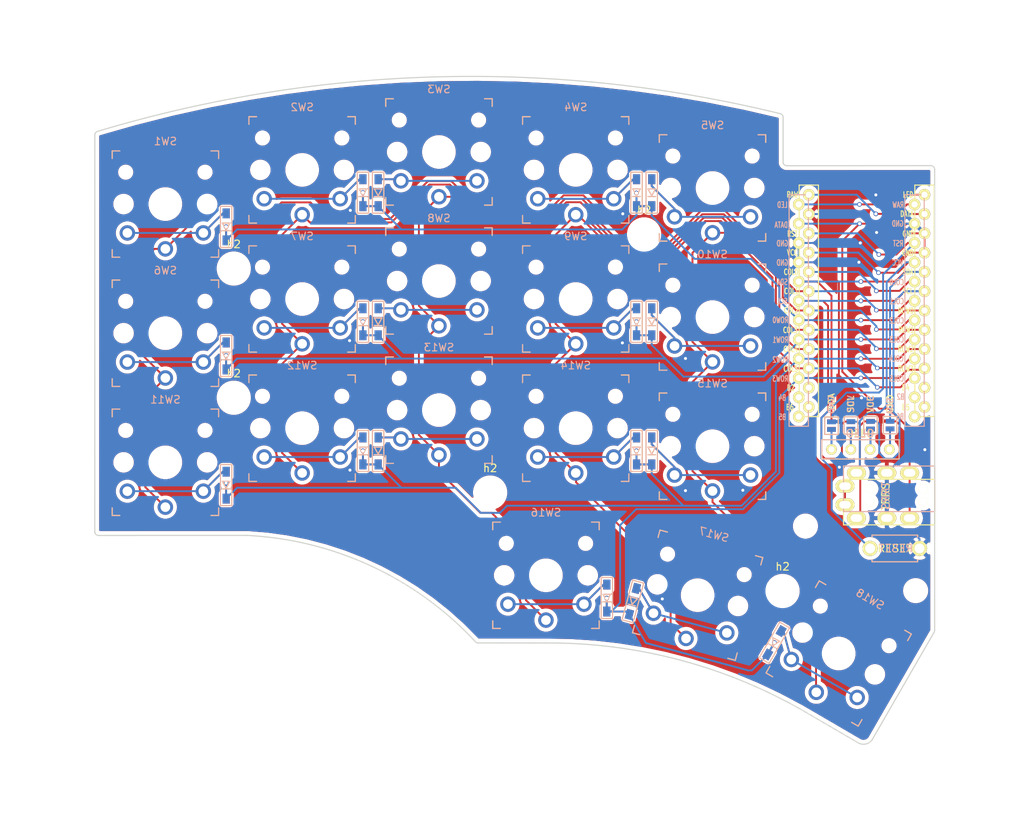
<source format=kicad_pcb>
(kicad_pcb (version 20171130) (host pcbnew 5.1.9)
  (title_block (title "Corne Light") (date 2018-12-26) (rev 2.1) (company foostan))
  (layers (0 F.Cu signal) (31 B.Cu signal) (34 B.Paste user) (35 F.Paste user) (36 B.SilkS user) (37 F.SilkS user) (38 B.Mask user) (39 F.Mask user) (44 Edge.Cuts user))
  (net 0 "")
  (net 1 row0)
  (net 2 row1)
  (net 3 "Net-(D2-Pad2)")
  (net 4 row2)
  (net 5 "Net-(D3-Pad2)")
  (net 6 row3)
  (net 7 "Net-(D4-Pad2)")
  (net 8 "Net-(D5-Pad2)")
  (net 9 "Net-(D6-Pad2)")
  (net 10 "Net-(D8-Pad2)")
  (net 11 "Net-(D9-Pad2)")
  (net 12 "Net-(D10-Pad2)")
  (net 13 "Net-(D11-Pad2)")
  (net 14 "Net-(D12-Pad2)")
  (net 15 "Net-(D14-Pad2)")
  (net 16 "Net-(D15-Pad2)")
  (net 17 "Net-(D16-Pad2)")
  (net 18 "Net-(D17-Pad2)")
  (net 19 "Net-(D18-Pad2)")
  (net 20 "Net-(D19-Pad2)")
  (net 21 "Net-(D20-Pad2)")
  (net 22 "Net-(D21-Pad2)")
  (net 23 GND)
  (net 24 VCC)
  (net 25 col0)
  (net 26 col1)
  (net 27 col2)
  (net 28 col3)
  (net 29 col4)
  (net 30 col5)
  (net 31 LED)
  (net 32 data)
  (net 33 reset)
  (net 34 SCL)
  (net 35 SDA)
  (net 36 "Net-(U1-Pad14)")
  (net 37 "Net-(U1-Pad13)")
  (net 38 "Net-(U1-Pad12)")
  (net 39 "Net-(U1-Pad11)")
  (net 40 "Net-(J1-PadA)")
  (net 41 "Net-(U1-Pad24)")
  (module kbd:M2_Hole_NPTH_Outside_3.5 (layer F.Cu) (at 148.91 67.52)
    (fp_text reference h2 (at 0 -3.2) (layer F.SilkS))
    (fp_text value h2)
    (pad "" np_thru_hole circle (at 0 0) (size 3.5 3.5) (drill 3.5) (layers *.Cu *.Mask))
  )
  (module kbd:M2_Hole_NPTH_Outside_3.5 (layer F.Cu) (at 94.91 72.01)
    (fp_text reference h2 (at 0 -3.2) (layer F.SilkS))
    (fp_text value h2)
    (pad "" np_thru_hole circle (at 0 0) (size 3.5 3.5) (drill 3.5) (layers *.Cu *.Mask))
  )
  (module kbd:M2_Hole_NPTH_Outside_3.5 (layer F.Cu) (at 128.65 101.5)
    (fp_text reference h2 (at 0 -3.2) (layer F.SilkS))
    (fp_text value h2)
    (pad "" np_thru_hole circle (at 0 0) (size 3.5 3.5) (drill 3.5) (layers *.Cu *.Mask))
  )
  (module kbd:M2_Hole_NPTH_Outside_3.5 (layer F.Cu) (at 167.13 114.46)
    (fp_text reference h2 (at 0 -3.2) (layer F.SilkS))
    (fp_text value h2)
    (pad "" np_thru_hole circle (at 0 0) (size 3.5 3.5) (drill 3.5) (layers *.Cu *.Mask))
  )
  (module kbd:M2_Hole_NPTH_Outside_3.5 (layer F.Cu) (at 94.91 89.02)
    (fp_text reference h2 (at 0 -3.2) (layer F.SilkS))
    (fp_text value h2)
    (pad "" np_thru_hole circle (at 0 0) (size 3.5 3.5) (drill 3.5) (layers *.Cu *.Mask))
  )
  (module kbd:thread_m2 (layer B.Cu) (at 184.64 114.42 180)
    (fp_text reference Ref** hide)
    (fp_text value Val** hide)
    (pad "" np_thru_hole circle (at 0 0 180) (size 2.3 2.3) (drill 2.3) (layers *.Cu *.Mask))
  )
  (module kbd:thread_m2 (layer B.Cu) (at 170.14 105.92 180)
    (fp_text reference Ref** hide)
    (fp_text value Val** hide)
    (pad "" np_thru_hole circle (at 0 0 180) (size 2.3 2.3) (drill 2.3) (layers *.Cu *.Mask))
  )
  (module foostan:Jumper (layer B.Cu) (at 178.695 92.64 270)
    (fp_text reference JP66 hide)
    (fp_text value SCL (at -2.794 0 270) (layer B.SilkS) (effects (font (size 0.8128 0.8128)) (justify mirror)))
    (pad 1 smd rect (at -0.50038 0 270) (size 0.635 1.143) (layers B.Cu B.Paste B.Mask) (net 34 SCL) (clearance 0.1905))
    (pad 2 smd rect (at 0.50038 0 270) (size 0.635 1.143) (layers B.Cu B.Paste B.Mask) (net 39 "Net-(U1-Pad11)") (clearance 0.1905))
  )
  (module foostan:Jumper (layer F.Cu) (at 181.275 92.6304 270)
    (fp_text reference JP68 hide)
    (fp_text value GND (at -2.794 0 90) (layer F.SilkS) (effects (font (size 0.8128 0.8128))))
    (pad 2 smd rect (at 0.50038 0 270) (size 0.635 1.143) (layers F.Cu F.Paste F.Mask) (net 38 "Net-(U1-Pad12)") (clearance 0.1905))
    (pad 1 smd rect (at -0.50038 0 270) (size 0.635 1.143) (layers F.Cu F.Paste F.Mask) (net 23 GND) (clearance 0.1905))
  )
  (module foostan:Jumper (layer F.Cu) (at 173.565 92.69 270)
    (fp_text reference JP61 hide)
    (fp_text value " SDA" (at -2.794 0 90) (layer F.SilkS) (effects (font (size 0.8128 0.8128))))
    (pad 1 smd rect (at -0.50038 0 270) (size 0.635 1.143) (layers F.Cu F.Paste F.Mask) (net 35 SDA) (clearance 0.1905))
    (pad 2 smd rect (at 0.50038 0 270) (size 0.635 1.143) (layers F.Cu F.Paste F.Mask) (net 36 "Net-(U1-Pad14)") (clearance 0.1905))
  )
  (module foostan:Jumper (layer B.Cu) (at 181.275 92.62 270)
    (fp_text reference JP6 hide)
    (fp_text value " SDA" (at -2.794 0 270) (layer B.SilkS) (effects (font (size 0.8128 0.8128)) (justify mirror)))
    (pad 2 smd rect (at 0.50038 0 270) (size 0.635 1.143) (layers B.Cu B.Paste B.Mask) (net 38 "Net-(U1-Pad12)") (clearance 0.1905))
    (pad 1 smd rect (at -0.50038 0 270) (size 0.635 1.143) (layers B.Cu B.Paste B.Mask) (net 35 SDA) (clearance 0.1905))
  )
  (module foostan:Jumper (layer F.Cu) (at 176.105 92.66 270)
    (fp_text reference JP63 hide)
    (fp_text value SCL (at -2.794 0 90) (layer F.SilkS) (effects (font (size 0.8128 0.8128))))
    (pad 2 smd rect (at 0.50038 0 270) (size 0.635 1.143) (layers F.Cu F.Paste F.Mask) (net 37 "Net-(U1-Pad13)") (clearance 0.1905))
    (pad 1 smd rect (at -0.50038 0 270) (size 0.635 1.143) (layers F.Cu F.Paste F.Mask) (net 34 SCL) (clearance 0.1905))
  )
  (module foostan:Jumper (layer B.Cu) (at 173.565 92.6996 270)
    (fp_text reference JP62 hide)
    (fp_text value GND (at -2.794 0 270) (layer B.SilkS) (effects (font (size 0.8128 0.8128)) (justify mirror)))
    (pad 1 smd rect (at -0.50038 0 270) (size 0.635 1.143) (layers B.Cu B.Paste B.Mask) (net 23 GND) (clearance 0.1905))
    (pad 2 smd rect (at 0.50038 0 270) (size 0.635 1.143) (layers B.Cu B.Paste B.Mask) (net 36 "Net-(U1-Pad14)") (clearance 0.1905))
  )
  (module foostan:Jumper (layer B.Cu) (at 176.115 92.67 270)
    (fp_text reference JP64 hide)
    (fp_text value VCC (at -2.794 0 270) (layer B.SilkS) (effects (font (size 0.8128 0.8128)) (justify mirror)))
    (pad 2 smd rect (at 0.50038 0 270) (size 0.635 1.143) (layers B.Cu B.Paste B.Mask) (net 37 "Net-(U1-Pad13)") (clearance 0.1905))
    (pad 1 smd rect (at -0.50038 0 270) (size 0.635 1.143) (layers B.Cu B.Paste B.Mask) (net 24 VCC) (clearance 0.1905))
  )
  (module foostan:Jumper (layer F.Cu) (at 178.705 92.64 270)
    (fp_text reference JP65 hide)
    (fp_text value VCC (at -2.794 0 90) (layer F.SilkS) (effects (font (size 0.8128 0.8128))))
    (pad 1 smd rect (at -0.50038 0 270) (size 0.635 1.143) (layers F.Cu F.Paste F.Mask) (net 24 VCC) (clearance 0.1905))
    (pad 2 smd rect (at 0.50038 0 270) (size 0.635 1.143) (layers F.Cu F.Paste F.Mask) (net 39 "Net-(U1-Pad11)") (clearance 0.1905))
  )
  (module kbd:SW_PG1350_reversible_b2 (layer F.Cu) (at 85.91 97.525)
    (fp_text reference SW11 hide)
    (fp_text value SW_PUSH hide)
    (fp_text user %R (at 0 -8.255) (layer B.SilkS) (effects (justify mirror)))
    (pad "" np_thru_hole circle (at -5.22 -4.2) (size 0.9906 0.9906) (drill 0.9906) (layers *.Cu *.Mask))
    (pad 2 thru_hole circle (at 5 3.8) (size 2.032 2.032) (drill 1.27) (layers *.Cu *.Mask) (net 15 "Net-(D14-Pad2)"))
    (pad "" np_thru_hole circle (at 0 0) (size 3.429 3.429) (drill 3.429) (layers *.Cu *.Mask))
    (pad 2 thru_hole circle (at -5 3.8) (size 2.032 2.032) (drill 1.27) (layers *.Cu *.Mask) (net 15 "Net-(D14-Pad2)"))
    (pad 1 thru_hole circle (at 0 5.9) (size 2.032 2.032) (drill 1.27) (layers *.Cu *.Mask) (net 26 col1))
    (pad "" np_thru_hole circle (at 5.22 -4.2) (size 0.9906 0.9906) (drill 0.9906) (layers *.Cu *.Mask))
    (pad "" np_thru_hole circle (at 5.5 0) (size 1.7018 1.7018) (drill 1.7018) (layers *.Cu *.Mask))
    (pad "" np_thru_hole circle (at -5.5 0) (size 1.7018 1.7018) (drill 1.7018) (layers *.Cu *.Mask))
  )
  (module kbd:ProMicro_v2 (layer F.Cu) (at 178.145 76.77)
    (fp_text reference U1 hide)
    (fp_text value ProMicro hide)
    (fp_text user "" (at -1.2065 -16.256) (layer B.SilkS) (effects (justify mirror)))
    (fp_text user "" (at -1.2065 -16.256) (layer B.SilkS) (effects (justify mirror)))
    (fp_text user RAW (at -9.7155 -14.478) (layer F.SilkS) (effects (font (size 0.75 0.5) (thickness 0.125))))
    (fp_text user LED (at 5.5 -14.478) (layer F.SilkS) (effects (font (size 0.75 0.5) (thickness 0.125))))
    (fp_text user GND (at 5.461 -6.7945) (layer F.SilkS) (effects (font (size 0.75 0.5) (thickness 0.125))))
    (fp_text user DATA (at 5.35 -11.95) (layer F.SilkS) (effects (font (size 0.75 0.5) (thickness 0.125))))
    (fp_text user RST (at -9.7155 -9.3345) (layer F.SilkS) (effects (font (size 0.75 0.5) (thickness 0.125))))
    (fp_text user GND (at 5.5245 -9.3345) (layer F.SilkS) (effects (font (size 0.75 0.5) (thickness 0.125))))
    (fp_text user VCC (at -9.7155 -6.858) (layer F.SilkS) (effects (font (size 0.75 0.5) (thickness 0.125))))
    (fp_text user GND (at 5.461 -6.7945) (layer F.SilkS) (effects (font (size 0.75 0.5) (thickness 0.125))))
    (fp_text user COL3 (at -10 3.35) (layer F.SilkS) (effects (font (size 0.75 0.5) (thickness 0.125))))
    (fp_text user ROW0 (at 5.2 0.8) (layer F.SilkS) (effects (font (size 0.75 0.5) (thickness 0.125))))
    (fp_text user COL2 (at -9.9 0.762) (layer F.SilkS) (effects (font (size 0.75 0.5) (thickness 0.125))))
    (fp_text user SCL (at 5.461 -1.778) (layer F.SilkS) (effects (font (size 0.75 0.5) (thickness 0.125))))
    (fp_text user COL1 (at -9.85 -1.778) (layer F.SilkS) (effects (font (size 0.75 0.5) (thickness 0.125))))
    (fp_text user SDA (at 5.461 -4.318) (layer F.SilkS) (effects (font (size 0.75 0.5) (thickness 0.125))))
    (fp_text user COL0 (at -9.9 -4.3) (layer F.SilkS) (effects (font (size 0.75 0.5) (thickness 0.125))))
    (fp_text user B6 (at -10.05 13.5) (layer F.SilkS) (effects (font (size 0.75 0.5) (thickness 0.125))))
    (fp_text user B5 (at 5.2 13.5255) (layer F.SilkS) (effects (font (size 0.75 0.5) (thickness 0.125))))
    (fp_text user B4 (at 5.2 10.922) (layer F.SilkS) (effects (font (size 0.75 0.5) (thickness 0.125))))
    (fp_text user B2 (at -9.95 10.95) (layer F.SilkS) (effects (font (size 0.75 0.5) (thickness 0.125))))
    (fp_text user ROW3 (at 5.2 8.4455) (layer F.SilkS) (effects (font (size 0.75 0.5) (thickness 0.125))))
    (fp_text user COL5 (at -9.95 8.4455) (layer F.SilkS) (effects (font (size 0.75 0.5) (thickness 0.125))))
    (fp_text user ROW2 (at 5.2 5.85) (layer F.SilkS) (effects (font (size 0.75 0.5) (thickness 0.125))))
    (fp_text user COL4 (at -9.95 5.85) (layer F.SilkS) (effects (font (size 0.75 0.5) (thickness 0.125))))
    (fp_text user ROW1 (at 5.25 3.302) (layer F.SilkS) (effects (font (size 0.75 0.5) (thickness 0.125))))
    (fp_text user ROW1 (at -11.3 4.6355) (layer B.SilkS) (effects (font (size 0.75 0.5) (thickness 0.125)) (justify mirror)))
    (fp_text user COL4 (at 3.95 7.112) (layer B.SilkS) (effects (font (size 0.75 0.5) (thickness 0.125)) (justify mirror)))
    (fp_text user ROW2 (at -11.3 7.239) (layer B.SilkS) (effects (font (size 0.75 0.5) (thickness 0.125)) (justify mirror)))
    (fp_text user COL5 (at 4 9.75) (layer B.SilkS) (effects (font (size 0.75 0.5) (thickness 0.125)) (justify mirror)))
    (fp_text user ROW3 (at -11.3 9.75) (layer B.SilkS) (effects (font (size 0.75 0.5) (thickness 0.125)) (justify mirror)))
    (fp_text user B2 (at 4.5085 12.1285) (layer B.SilkS) (effects (font (size 0.75 0.5) (thickness 0.125)) (justify mirror)))
    (fp_text user B4 (at -11.049 12.2555) (layer B.SilkS) (effects (font (size 0.75 0.5) (thickness 0.125)) (justify mirror)))
    (fp_text user B5 (at -11.049 14.7955) (layer B.SilkS) (effects (font (size 0.75 0.5) (thickness 0.125)) (justify mirror)))
    (fp_text user B6 (at 4.445 14.732) (layer B.SilkS) (effects (font (size 0.75 0.5) (thickness 0.125)) (justify mirror)))
    (fp_text user COL0 (at 4 -2.95) (layer B.SilkS) (effects (font (size 0.75 0.5) (thickness 0.125)) (justify mirror)))
    (fp_text user SDA (at -11.049 -2.9845) (layer B.SilkS) (effects (font (size 0.75 0.5) (thickness 0.125)) (justify mirror)))
    (fp_text user COL1 (at 4 -0.4445) (layer B.SilkS) (effects (font (size 0.75 0.5) (thickness 0.125)) (justify mirror)))
    (fp_text user SCL (at -11.049 -0.4445) (layer B.SilkS) (effects (font (size 0.75 0.5) (thickness 0.125)) (justify mirror)))
    (fp_text user COL2 (at 4 2.1) (layer B.SilkS) (effects (font (size 0.75 0.5) (thickness 0.125)) (justify mirror)))
    (fp_text user ROW0 (at -11.3 2.032) (layer B.SilkS) (effects (font (size 0.75 0.5) (thickness 0.125)) (justify mirror)))
    (fp_text user COL3 (at 4 4.6) (layer B.SilkS) (effects (font (size 0.75 0.5) (thickness 0.125)) (justify mirror)))
    (fp_text user GND (at -11.049 -5.5245) (layer B.SilkS) (effects (font (size 0.75 0.5) (thickness 0.125)) (justify mirror)))
    (fp_text user VCC (at 4.1275 -5.5245) (layer B.SilkS) (effects (font (size 0.75 0.5) (thickness 0.125)) (justify mirror)))
    (fp_text user GND (at -11.049 -8.0645) (layer B.SilkS) (effects (font (size 0.75 0.5) (thickness 0.125)) (justify mirror)))
    (fp_text user RST (at 4.191 -8.0645) (layer B.SilkS) (effects (font (size 0.75 0.5) (thickness 0.125)) (justify mirror)))
    (fp_text user DATA (at -11.2 -10.5) (layer B.SilkS) (effects (font (size 0.75 0.5) (thickness 0.125)) (justify mirror)))
    (fp_text user GND (at 4.1275 -10.668) (layer B.SilkS) (effects (font (size 0.75 0.5) (thickness 0.125)) (justify mirror)))
    (fp_text user LED (at -11.049 -13.1445) (layer B.SilkS) (effects (font (size 0.75 0.5) (thickness 0.125)) (justify mirror)))
    (fp_text user RAW (at 4.191 -13.1445) (layer B.SilkS) (effects (font (size 0.75 0.5) (thickness 0.125)) (justify mirror)))
    (pad 24 thru_hole circle (at 6.35 -13.208) (size 1.524 1.524) (drill 0.8128) (layers *.Cu *.Mask F.SilkS) (net 41 "Net-(U1-Pad24)"))
    (pad 23 thru_hole circle (at 6.35 -10.668) (size 1.524 1.524) (drill 0.8128) (layers *.Cu *.Mask F.SilkS) (net 23 GND))
    (pad 22 thru_hole circle (at 6.35 -8.128) (size 1.524 1.524) (drill 0.8128) (layers *.Cu *.Mask F.SilkS) (net 33 reset))
    (pad 21 thru_hole circle (at 6.35 -5.588) (size 1.524 1.524) (drill 0.8128) (layers *.Cu *.Mask F.SilkS) (net 24 VCC))
    (pad 20 thru_hole circle (at 6.35 -3.048) (size 1.524 1.524) (drill 0.8128) (layers *.Cu *.Mask F.SilkS) (net 25 col0))
    (pad 19 thru_hole circle (at 6.35 -0.508) (size 1.524 1.524) (drill 0.8128) (layers *.Cu *.Mask F.SilkS) (net 26 col1))
    (pad 18 thru_hole circle (at 6.35 2.032) (size 1.524 1.524) (drill 0.8128) (layers *.Cu *.Mask F.SilkS) (net 27 col2))
    (pad 17 thru_hole circle (at 6.35 4.572) (size 1.524 1.524) (drill 0.8128) (layers *.Cu *.Mask F.SilkS) (net 28 col3))
    (pad 16 thru_hole circle (at 6.35 7.112) (size 1.524 1.524) (drill 0.8128) (layers *.Cu *.Mask F.SilkS) (net 29 col4))
    (pad 15 thru_hole circle (at 6.35 9.652) (size 1.524 1.524) (drill 0.8128) (layers *.Cu *.Mask F.SilkS) (net 30 col5))
    (pad 14 thru_hole circle (at 6.35 12.192) (size 1.524 1.524) (drill 0.8128) (layers *.Cu *.Mask F.SilkS))
    (pad 13 thru_hole circle (at 6.35 14.732) (size 1.524 1.524) (drill 0.8128) (layers *.Cu *.Mask F.SilkS))
    (pad 12 thru_hole circle (at -8.89 14.732) (size 1.524 1.524) (drill 0.8128) (layers *.Cu *.Mask F.SilkS))
    (pad 11 thru_hole circle (at -8.89 12.192) (size 1.524 1.524) (drill 0.8128) (layers *.Cu *.Mask F.SilkS))
    (pad 10 thru_hole circle (at -8.89 9.652) (size 1.524 1.524) (drill 0.8128) (layers *.Cu *.Mask F.SilkS) (net 6 row3))
    (pad 9 thru_hole circle (at -8.89 7.112) (size 1.524 1.524) (drill 0.8128) (layers *.Cu *.Mask F.SilkS) (net 4 row2))
    (pad 8 thru_hole circle (at -8.89 4.572) (size 1.524 1.524) (drill 0.8128) (layers *.Cu *.Mask F.SilkS) (net 2 row1))
    (pad 7 thru_hole circle (at -8.89 2.032) (size 1.524 1.524) (drill 0.8128) (layers *.Cu *.Mask F.SilkS) (net 1 row0))
    (pad 6 thru_hole circle (at -8.89 -0.508) (size 1.524 1.524) (drill 0.8128) (layers *.Cu *.Mask F.SilkS) (net 34 SCL))
    (pad 5 thru_hole circle (at -8.89 -3.048) (size 1.524 1.524) (drill 0.8128) (layers *.Cu *.Mask F.SilkS) (net 35 SDA))
    (pad 4 thru_hole circle (at -8.89 -5.588) (size 1.524 1.524) (drill 0.8128) (layers *.Cu *.Mask F.SilkS) (net 23 GND))
    (pad 3 thru_hole circle (at -8.89 -8.128) (size 1.524 1.524) (drill 0.8128) (layers *.Cu *.Mask F.SilkS) (net 23 GND))
    (pad 2 thru_hole circle (at -8.89 -10.668) (size 1.524 1.524) (drill 0.8128) (layers *.Cu *.Mask F.SilkS) (net 32 data))
    (pad 1 thru_hole circle (at -8.89 -13.208) (size 1.524 1.524) (drill 0.8128) (layers *.Cu *.Mask F.SilkS) (net 31 LED))
    (pad 1 thru_hole circle (at 7.6564 -14.478) (size 1.524 1.524) (drill 0.8128) (layers *.Cu *.Mask F.SilkS) (net 31 LED))
    (pad 2 thru_hole circle (at 7.6564 -11.938) (size 1.524 1.524) (drill 0.8128) (layers *.Cu *.Mask F.SilkS) (net 32 data))
    (pad 3 thru_hole circle (at 7.6564 -9.398) (size 1.524 1.524) (drill 0.8128) (layers *.Cu *.Mask F.SilkS) (net 23 GND))
    (pad 4 thru_hole circle (at 7.6564 -6.858) (size 1.524 1.524) (drill 0.8128) (layers *.Cu *.Mask F.SilkS) (net 23 GND))
    (pad 5 thru_hole circle (at 7.6564 -4.318) (size 1.524 1.524) (drill 0.8128) (layers *.Cu *.Mask F.SilkS) (net 35 SDA))
    (pad 6 thru_hole circle (at 7.6564 -1.778) (size 1.524 1.524) (drill 0.8128) (layers *.Cu *.Mask F.SilkS) (net 34 SCL))
    (pad 7 thru_hole circle (at 7.6564 0.762) (size 1.524 1.524) (drill 0.8128) (layers *.Cu *.Mask F.SilkS) (net 1 row0))
    (pad 8 thru_hole circle (at 7.6564 3.302) (size 1.524 1.524) (drill 0.8128) (layers *.Cu *.Mask F.SilkS) (net 2 row1))
    (pad 9 thru_hole circle (at 7.6564 5.842) (size 1.524 1.524) (drill 0.8128) (layers *.Cu *.Mask F.SilkS) (net 4 row2))
    (pad 10 thru_hole circle (at 7.6564 8.382) (size 1.524 1.524) (drill 0.8128) (layers *.Cu *.Mask F.SilkS) (net 6 row3))
    (pad 11 thru_hole circle (at 7.6564 10.922) (size 1.524 1.524) (drill 0.8128) (layers *.Cu *.Mask F.SilkS))
    (pad 12 thru_hole circle (at 7.6564 13.462) (size 1.524 1.524) (drill 0.8128) (layers *.Cu *.Mask F.SilkS))
    (pad 13 thru_hole circle (at -7.5636 13.462) (size 1.524 1.524) (drill 0.8128) (layers *.Cu *.Mask F.SilkS))
    (pad 14 thru_hole circle (at -7.5636 10.922) (size 1.524 1.524) (drill 0.8128) (layers *.Cu *.Mask F.SilkS))
    (pad 15 thru_hole circle (at -7.5636 8.382) (size 1.524 1.524) (drill 0.8128) (layers *.Cu *.Mask F.SilkS) (net 30 col5))
    (pad 16 thru_hole circle (at -7.5636 5.842) (size 1.524 1.524) (drill 0.8128) (layers *.Cu *.Mask F.SilkS) (net 29 col4))
    (pad 17 thru_hole circle (at -7.5636 3.302) (size 1.524 1.524) (drill 0.8128) (layers *.Cu *.Mask F.SilkS) (net 28 col3))
    (pad 18 thru_hole circle (at -7.5636 0.762) (size 1.524 1.524) (drill 0.8128) (layers *.Cu *.Mask F.SilkS) (net 27 col2))
    (pad 19 thru_hole circle (at -7.5636 -1.778) (size 1.524 1.524) (drill 0.8128) (layers *.Cu *.Mask F.SilkS) (net 26 col1))
    (pad 20 thru_hole circle (at -7.5636 -4.318) (size 1.524 1.524) (drill 0.8128) (layers *.Cu *.Mask F.SilkS) (net 25 col0))
    (pad 21 thru_hole circle (at -7.5636 -6.858) (size 1.524 1.524) (drill 0.8128) (layers *.Cu *.Mask F.SilkS) (net 24 VCC))
    (pad 22 thru_hole circle (at -7.5636 -9.398) (size 1.524 1.524) (drill 0.8128) (layers *.Cu *.Mask F.SilkS) (net 33 reset))
    (pad 23 thru_hole circle (at -7.5636 -11.938) (size 1.524 1.524) (drill 0.8128) (layers *.Cu *.Mask F.SilkS) (net 23 GND))
    (pad 24 thru_hole circle (at -7.5636 -14.478) (size 1.524 1.524) (drill 0.8128) (layers *.Cu *.Mask F.SilkS) (net 41 "Net-(U1-Pad24)"))
  )
  (module kbd:SW_PG1350_reversible_b2 (layer F.Cu) (at 85.91 63.52)
    (fp_text reference SW1 hide)
    (fp_text value SW_PUSH hide)
    (fp_text user %R (at 0 -8.255) (layer B.SilkS) (effects (justify mirror)))
    (pad "" np_thru_hole circle (at -5.22 -4.2) (size 0.9906 0.9906) (drill 0.9906) (layers *.Cu *.Mask))
    (pad 2 thru_hole circle (at 5 3.8) (size 2.032 2.032) (drill 1.27) (layers *.Cu *.Mask) (net 3 "Net-(D2-Pad2)"))
    (pad "" np_thru_hole circle (at 0 0) (size 3.429 3.429) (drill 3.429) (layers *.Cu *.Mask))
    (pad 2 thru_hole circle (at -5 3.8) (size 2.032 2.032) (drill 1.27) (layers *.Cu *.Mask) (net 3 "Net-(D2-Pad2)"))
    (pad 1 thru_hole circle (at 0 5.9) (size 2.032 2.032) (drill 1.27) (layers *.Cu *.Mask) (net 26 col1))
    (pad "" np_thru_hole circle (at 5.22 -4.2) (size 0.9906 0.9906) (drill 0.9906) (layers *.Cu *.Mask))
    (pad "" np_thru_hole circle (at 5.5 0) (size 1.7018 1.7018) (drill 1.7018) (layers *.Cu *.Mask))
    (pad "" np_thru_hole circle (at -5.5 0) (size 1.7018 1.7018) (drill 1.7018) (layers *.Cu *.Mask))
  )
  (module kbd:SW_PG1350_reversible_b2 (layer F.Cu) (at 103.91 76.02)
    (fp_text reference SW7 hide)
    (fp_text value SW_PUSH hide)
    (fp_text user %R (at 0 -8.255) (layer B.SilkS) (effects (justify mirror)))
    (pad "" np_thru_hole circle (at -5.22 -4.2) (size 0.9906 0.9906) (drill 0.9906) (layers *.Cu *.Mask))
    (pad 2 thru_hole circle (at 5 3.8) (size 2.032 2.032) (drill 1.27) (layers *.Cu *.Mask) (net 11 "Net-(D9-Pad2)"))
    (pad "" np_thru_hole circle (at 0 0) (size 3.429 3.429) (drill 3.429) (layers *.Cu *.Mask))
    (pad 2 thru_hole circle (at -5 3.8) (size 2.032 2.032) (drill 1.27) (layers *.Cu *.Mask) (net 11 "Net-(D9-Pad2)"))
    (pad 1 thru_hole circle (at 0 5.9) (size 2.032 2.032) (drill 1.27) (layers *.Cu *.Mask) (net 27 col2))
    (pad "" np_thru_hole circle (at 5.22 -4.2) (size 0.9906 0.9906) (drill 0.9906) (layers *.Cu *.Mask))
    (pad "" np_thru_hole circle (at 5.5 0) (size 1.7018 1.7018) (drill 1.7018) (layers *.Cu *.Mask))
    (pad "" np_thru_hole circle (at -5.5 0) (size 1.7018 1.7018) (drill 1.7018) (layers *.Cu *.Mask))
  )
  (module kbd:SW_PG1350_reversible_b2 (layer F.Cu) (at 157.91 61.4)
    (fp_text reference SW5 hide)
    (fp_text value SW_PUSH hide)
    (fp_text user %R (at 0 -8.255) (layer B.SilkS) (effects (justify mirror)))
    (pad "" np_thru_hole circle (at -5.22 -4.2) (size 0.9906 0.9906) (drill 0.9906) (layers *.Cu *.Mask))
    (pad 2 thru_hole circle (at 5 3.8) (size 2.032 2.032) (drill 1.27) (layers *.Cu *.Mask) (net 9 "Net-(D6-Pad2)"))
    (pad "" np_thru_hole circle (at 0 0) (size 3.429 3.429) (drill 3.429) (layers *.Cu *.Mask))
    (pad 2 thru_hole circle (at -5 3.8) (size 2.032 2.032) (drill 1.27) (layers *.Cu *.Mask) (net 9 "Net-(D6-Pad2)"))
    (pad 1 thru_hole circle (at 0 5.9) (size 2.032 2.032) (drill 1.27) (layers *.Cu *.Mask) (net 30 col5))
    (pad "" np_thru_hole circle (at 5.22 -4.2) (size 0.9906 0.9906) (drill 0.9906) (layers *.Cu *.Mask))
    (pad "" np_thru_hole circle (at 5.5 0) (size 1.7018 1.7018) (drill 1.7018) (layers *.Cu *.Mask))
    (pad "" np_thru_hole circle (at -5.5 0) (size 1.7018 1.7018) (drill 1.7018) (layers *.Cu *.Mask))
  )
  (module kbd:SW_PG1350_reversible_b2 (layer F.Cu) (at 139.91 93.025)
    (fp_text reference SW14 hide)
    (fp_text value SW_PUSH hide)
    (fp_text user %R (at 0 -8.255) (layer B.SilkS) (effects (justify mirror)))
    (pad "" np_thru_hole circle (at -5.22 -4.2) (size 0.9906 0.9906) (drill 0.9906) (layers *.Cu *.Mask))
    (pad 2 thru_hole circle (at 5 3.8) (size 2.032 2.032) (drill 1.27) (layers *.Cu *.Mask) (net 18 "Net-(D17-Pad2)"))
    (pad "" np_thru_hole circle (at 0 0) (size 3.429 3.429) (drill 3.429) (layers *.Cu *.Mask))
    (pad 2 thru_hole circle (at -5 3.8) (size 2.032 2.032) (drill 1.27) (layers *.Cu *.Mask) (net 18 "Net-(D17-Pad2)"))
    (pad 1 thru_hole circle (at 0 5.9) (size 2.032 2.032) (drill 1.27) (layers *.Cu *.Mask) (net 29 col4))
    (pad "" np_thru_hole circle (at 5.22 -4.2) (size 0.9906 0.9906) (drill 0.9906) (layers *.Cu *.Mask))
    (pad "" np_thru_hole circle (at 5.5 0) (size 1.7018 1.7018) (drill 1.7018) (layers *.Cu *.Mask))
    (pad "" np_thru_hole circle (at -5.5 0) (size 1.7018 1.7018) (drill 1.7018) (layers *.Cu *.Mask))
  )
  (module kbd:D3_SMD (layer F.Cu) (at 144 115.39 90)
    (fp_text reference D16 hide)
    (fp_text value D hide)
    (pad 2 smd rect (at 1.775 0 90) (size 1.3 0.95) (layers F.Cu F.Paste F.Mask) (net 20 "Net-(D19-Pad2)"))
    (pad 1 smd rect (at -1.775 0 90) (size 1.3 0.95) (layers B.Cu B.Paste B.Mask) (net 6 row3))
    (pad 2 smd rect (at 1.775 0 90) (size 1.3 0.95) (layers B.Cu B.Paste B.Mask) (net 20 "Net-(D19-Pad2)"))
    (pad 1 smd rect (at -1.775 0 90) (size 1.3 0.95) (layers F.Cu F.Paste F.Mask) (net 6 row3))
  )
  (module kbd:ResetSW (layer F.Cu) (at 181.895 108.86)
    (fp_text reference RSW1 hide)
    (fp_text value Val**)
    (fp_text user RESET (at 0.127 0) (layer B.SilkS) (effects (justify mirror)))
    (fp_text user RESET (at 0 0) (layer F.SilkS))
    (pad 1 thru_hole circle (at 3.25 0) (size 2 2) (drill 1.3) (layers *.Cu *.Mask F.SilkS) (net 23 GND))
    (pad 2 thru_hole circle (at -3.25 0) (size 2 2) (drill 1.3) (layers *.Cu *.Mask F.SilkS) (net 33 reset))
  )
  (module kbd:SW_PG1350_reversible_b2 (layer F.Cu) (at 157.91 78.4)
    (fp_text reference SW10 hide)
    (fp_text value SW_PUSH hide)
    (fp_text user %R (at 0 -8.255) (layer B.SilkS) (effects (justify mirror)))
    (pad "" np_thru_hole circle (at -5.22 -4.2) (size 0.9906 0.9906) (drill 0.9906) (layers *.Cu *.Mask))
    (pad 2 thru_hole circle (at 5 3.8) (size 2.032 2.032) (drill 1.27) (layers *.Cu *.Mask) (net 14 "Net-(D12-Pad2)"))
    (pad "" np_thru_hole circle (at 0 0) (size 3.429 3.429) (drill 3.429) (layers *.Cu *.Mask))
    (pad 2 thru_hole circle (at -5 3.8) (size 2.032 2.032) (drill 1.27) (layers *.Cu *.Mask) (net 14 "Net-(D12-Pad2)"))
    (pad 1 thru_hole circle (at 0 5.9) (size 2.032 2.032) (drill 1.27) (layers *.Cu *.Mask) (net 30 col5))
    (pad "" np_thru_hole circle (at 5.22 -4.2) (size 0.9906 0.9906) (drill 0.9906) (layers *.Cu *.Mask))
    (pad "" np_thru_hole circle (at 5.5 0) (size 1.7018 1.7018) (drill 1.7018) (layers *.Cu *.Mask))
    (pad "" np_thru_hole circle (at -5.5 0) (size 1.7018 1.7018) (drill 1.7018) (layers *.Cu *.Mask))
  )
  (module kbd:SW_PG1350_reversible_b2 (layer F.Cu) (at 157.91 95.4)
    (fp_text reference SW15 hide)
    (fp_text value SW_PUSH hide)
    (fp_text user %R (at 0 -8.255) (layer B.SilkS) (effects (justify mirror)))
    (pad "" np_thru_hole circle (at -5.22 -4.2) (size 0.9906 0.9906) (drill 0.9906) (layers *.Cu *.Mask))
    (pad 2 thru_hole circle (at 5 3.8) (size 2.032 2.032) (drill 1.27) (layers *.Cu *.Mask) (net 19 "Net-(D18-Pad2)"))
    (pad "" np_thru_hole circle (at 0 0) (size 3.429 3.429) (drill 3.429) (layers *.Cu *.Mask))
    (pad 2 thru_hole circle (at -5 3.8) (size 2.032 2.032) (drill 1.27) (layers *.Cu *.Mask) (net 19 "Net-(D18-Pad2)"))
    (pad 1 thru_hole circle (at 0 5.9) (size 2.032 2.032) (drill 1.27) (layers *.Cu *.Mask) (net 30 col5))
    (pad "" np_thru_hole circle (at 5.22 -4.2) (size 0.9906 0.9906) (drill 0.9906) (layers *.Cu *.Mask))
    (pad "" np_thru_hole circle (at 5.5 0) (size 1.7018 1.7018) (drill 1.7018) (layers *.Cu *.Mask))
    (pad "" np_thru_hole circle (at -5.5 0) (size 1.7018 1.7018) (drill 1.7018) (layers *.Cu *.Mask))
  )
  (module kbd:SW_PG1350_reversible_b2 (layer F.Cu) (at 139.91 59.02)
    (fp_text reference SW4 hide)
    (fp_text value SW_PUSH hide)
    (fp_text user %R (at 0 -8.255) (layer B.SilkS) (effects (justify mirror)))
    (pad "" np_thru_hole circle (at -5.22 -4.2) (size 0.9906 0.9906) (drill 0.9906) (layers *.Cu *.Mask))
    (pad 2 thru_hole circle (at 5 3.8) (size 2.032 2.032) (drill 1.27) (layers *.Cu *.Mask) (net 8 "Net-(D5-Pad2)"))
    (pad "" np_thru_hole circle (at 0 0) (size 3.429 3.429) (drill 3.429) (layers *.Cu *.Mask))
    (pad 2 thru_hole circle (at -5 3.8) (size 2.032 2.032) (drill 1.27) (layers *.Cu *.Mask) (net 8 "Net-(D5-Pad2)"))
    (pad 1 thru_hole circle (at 0 5.9) (size 2.032 2.032) (drill 1.27) (layers *.Cu *.Mask) (net 29 col4))
    (pad "" np_thru_hole circle (at 5.22 -4.2) (size 0.9906 0.9906) (drill 0.9906) (layers *.Cu *.Mask))
    (pad "" np_thru_hole circle (at 5.5 0) (size 1.7018 1.7018) (drill 1.7018) (layers *.Cu *.Mask))
    (pad "" np_thru_hole circle (at -5.5 0) (size 1.7018 1.7018) (drill 1.7018) (layers *.Cu *.Mask))
  )
  (module kbd:SW_PG1350_reversible_b2 (layer F.Cu) (at 139.91 76.02)
    (fp_text reference SW9 hide)
    (fp_text value SW_PUSH hide)
    (fp_text user %R (at 0 -8.255) (layer B.SilkS) (effects (justify mirror)))
    (pad "" np_thru_hole circle (at -5.22 -4.2) (size 0.9906 0.9906) (drill 0.9906) (layers *.Cu *.Mask))
    (pad 2 thru_hole circle (at 5 3.8) (size 2.032 2.032) (drill 1.27) (layers *.Cu *.Mask) (net 13 "Net-(D11-Pad2)"))
    (pad "" np_thru_hole circle (at 0 0) (size 3.429 3.429) (drill 3.429) (layers *.Cu *.Mask))
    (pad 2 thru_hole circle (at -5 3.8) (size 2.032 2.032) (drill 1.27) (layers *.Cu *.Mask) (net 13 "Net-(D11-Pad2)"))
    (pad 1 thru_hole circle (at 0 5.9) (size 2.032 2.032) (drill 1.27) (layers *.Cu *.Mask) (net 29 col4))
    (pad "" np_thru_hole circle (at 5.22 -4.2) (size 0.9906 0.9906) (drill 0.9906) (layers *.Cu *.Mask))
    (pad "" np_thru_hole circle (at 5.5 0) (size 1.7018 1.7018) (drill 1.7018) (layers *.Cu *.Mask))
    (pad "" np_thru_hole circle (at -5.5 0) (size 1.7018 1.7018) (drill 1.7018) (layers *.Cu *.Mask))
  )
  (module kbd:SW_PG1350_reversible_b2 (layer F.Cu) (at 103.91 93.025)
    (fp_text reference SW12 hide)
    (fp_text value SW_PUSH hide)
    (fp_text user %R (at 0 -8.255) (layer B.SilkS) (effects (justify mirror)))
    (pad "" np_thru_hole circle (at -5.22 -4.2) (size 0.9906 0.9906) (drill 0.9906) (layers *.Cu *.Mask))
    (pad 2 thru_hole circle (at 5 3.8) (size 2.032 2.032) (drill 1.27) (layers *.Cu *.Mask) (net 16 "Net-(D15-Pad2)"))
    (pad "" np_thru_hole circle (at 0 0) (size 3.429 3.429) (drill 3.429) (layers *.Cu *.Mask))
    (pad 2 thru_hole circle (at -5 3.8) (size 2.032 2.032) (drill 1.27) (layers *.Cu *.Mask) (net 16 "Net-(D15-Pad2)"))
    (pad 1 thru_hole circle (at 0 5.9) (size 2.032 2.032) (drill 1.27) (layers *.Cu *.Mask) (net 27 col2))
    (pad "" np_thru_hole circle (at 5.22 -4.2) (size 0.9906 0.9906) (drill 0.9906) (layers *.Cu *.Mask))
    (pad "" np_thru_hole circle (at 5.5 0) (size 1.7018 1.7018) (drill 1.7018) (layers *.Cu *.Mask))
    (pad "" np_thru_hole circle (at -5.5 0) (size 1.7018 1.7018) (drill 1.7018) (layers *.Cu *.Mask))
  )
  (module kbd:SW_PG1350_reversible_b2 (layer F.Cu) (at 155.950319 115.015871 345)
    (fp_text reference SW17 hide)
    (fp_text value SW_PUSH hide)
    (fp_text user %R (at 0 -8.255 165) (layer B.SilkS) (effects (justify mirror)))
    (pad "" np_thru_hole circle (at -5.22 -4.2 345) (size 0.9906 0.9906) (drill 0.9906) (layers *.Cu *.Mask))
    (pad 2 thru_hole circle (at 5 3.8 345) (size 2.032 2.032) (drill 1.27) (layers *.Cu *.Mask) (net 21 "Net-(D20-Pad2)"))
    (pad "" np_thru_hole circle (at 0 0 345) (size 3.429 3.429) (drill 3.429) (layers *.Cu *.Mask))
    (pad 2 thru_hole circle (at -5 3.8 345) (size 2.032 2.032) (drill 1.27) (layers *.Cu *.Mask) (net 21 "Net-(D20-Pad2)"))
    (pad 1 thru_hole circle (at 0 5.9 345) (size 2.032 2.032) (drill 1.27) (layers *.Cu *.Mask) (net 29 col4))
    (pad "" np_thru_hole circle (at 5.22 -4.2 345) (size 0.9906 0.9906) (drill 0.9906) (layers *.Cu *.Mask))
    (pad "" np_thru_hole circle (at 5.5 0 345) (size 1.7018 1.7018) (drill 1.7018) (layers *.Cu *.Mask))
    (pad "" np_thru_hole circle (at -5.5 0 345) (size 1.7018 1.7018) (drill 1.7018) (layers *.Cu *.Mask))
  )
  (module kbd:SW_PG1350_reversible_b2 (layer F.Cu) (at 174.515 122.696172 330)
    (fp_text reference SW18 hide)
    (fp_text value SW_PUSH hide)
    (fp_text user %R (at 0 -8.255 330) (layer B.SilkS) (effects (justify mirror)))
    (pad "" np_thru_hole circle (at -5.5 0 330) (size 1.7018 1.7018) (drill 1.7018) (layers *.Cu *.Mask))
    (pad "" np_thru_hole circle (at 5.5 0 330) (size 1.7018 1.7018) (drill 1.7018) (layers *.Cu *.Mask))
    (pad "" np_thru_hole circle (at 5.22 -4.2 330) (size 0.9906 0.9906) (drill 0.9906) (layers *.Cu *.Mask))
    (pad 1 thru_hole circle (at 0 5.9 330) (size 2.032 2.032) (drill 1.27) (layers *.Cu *.Mask) (net 30 col5))
    (pad 2 thru_hole circle (at -5 3.8 330) (size 2.032 2.032) (drill 1.27) (layers *.Cu *.Mask) (net 22 "Net-(D21-Pad2)"))
    (pad "" np_thru_hole circle (at 0 0 330) (size 3.429 3.429) (drill 3.429) (layers *.Cu *.Mask))
    (pad 2 thru_hole circle (at 5 3.8 330) (size 2.032 2.032) (drill 1.27) (layers *.Cu *.Mask) (net 22 "Net-(D21-Pad2)"))
    (pad "" np_thru_hole circle (at -5.22 -4.2 330) (size 0.9906 0.9906) (drill 0.9906) (layers *.Cu *.Mask))
  )
  (module kbd:SW_PG1350_reversible_b2 (layer F.Cu) (at 121.91 90.65)
    (fp_text reference SW13 hide)
    (fp_text value SW_PUSH hide)
    (fp_text user %R (at 0 -8.255) (layer B.SilkS) (effects (justify mirror)))
    (pad "" np_thru_hole circle (at -5.22 -4.2) (size 0.9906 0.9906) (drill 0.9906) (layers *.Cu *.Mask))
    (pad 2 thru_hole circle (at 5 3.8) (size 2.032 2.032) (drill 1.27) (layers *.Cu *.Mask) (net 17 "Net-(D16-Pad2)"))
    (pad "" np_thru_hole circle (at 0 0) (size 3.429 3.429) (drill 3.429) (layers *.Cu *.Mask))
    (pad 2 thru_hole circle (at -5 3.8) (size 2.032 2.032) (drill 1.27) (layers *.Cu *.Mask) (net 17 "Net-(D16-Pad2)"))
    (pad 1 thru_hole circle (at 0 5.9) (size 2.032 2.032) (drill 1.27) (layers *.Cu *.Mask) (net 28 col3))
    (pad "" np_thru_hole circle (at 5.22 -4.2) (size 0.9906 0.9906) (drill 0.9906) (layers *.Cu *.Mask))
    (pad "" np_thru_hole circle (at 5.5 0) (size 1.7018 1.7018) (drill 1.7018) (layers *.Cu *.Mask))
    (pad "" np_thru_hole circle (at -5.5 0) (size 1.7018 1.7018) (drill 1.7018) (layers *.Cu *.Mask))
  )
  (module kbd:SW_PG1350_reversible_b2 (layer F.Cu) (at 135.99 112.4)
    (fp_text reference SW16 hide)
    (fp_text value SW_PUSH hide)
    (fp_text user %R (at 0 -8.255) (layer B.SilkS) (effects (justify mirror)))
    (pad "" np_thru_hole circle (at -5.22 -4.2) (size 0.9906 0.9906) (drill 0.9906) (layers *.Cu *.Mask))
    (pad 2 thru_hole circle (at 5 3.8) (size 2.032 2.032) (drill 1.27) (layers *.Cu *.Mask) (net 20 "Net-(D19-Pad2)"))
    (pad "" np_thru_hole circle (at 0 0) (size 3.429 3.429) (drill 3.429) (layers *.Cu *.Mask))
    (pad 2 thru_hole circle (at -5 3.8) (size 2.032 2.032) (drill 1.27) (layers *.Cu *.Mask) (net 20 "Net-(D19-Pad2)"))
    (pad 1 thru_hole circle (at 0 5.9) (size 2.032 2.032) (drill 1.27) (layers *.Cu *.Mask) (net 28 col3))
    (pad "" np_thru_hole circle (at 5.22 -4.2) (size 0.9906 0.9906) (drill 0.9906) (layers *.Cu *.Mask))
    (pad "" np_thru_hole circle (at 5.5 0) (size 1.7018 1.7018) (drill 1.7018) (layers *.Cu *.Mask))
    (pad "" np_thru_hole circle (at -5.5 0) (size 1.7018 1.7018) (drill 1.7018) (layers *.Cu *.Mask))
  )
  (module kbd:SW_PG1350_reversible_b2 (layer F.Cu) (at 121.91 73.65)
    (fp_text reference SW8 hide)
    (fp_text value SW_PUSH hide)
    (fp_text user %R (at 0 -8.255) (layer B.SilkS) (effects (justify mirror)))
    (pad "" np_thru_hole circle (at -5.22 -4.2) (size 0.9906 0.9906) (drill 0.9906) (layers *.Cu *.Mask))
    (pad 2 thru_hole circle (at 5 3.8) (size 2.032 2.032) (drill 1.27) (layers *.Cu *.Mask) (net 12 "Net-(D10-Pad2)"))
    (pad "" np_thru_hole circle (at 0 0) (size 3.429 3.429) (drill 3.429) (layers *.Cu *.Mask))
    (pad 2 thru_hole circle (at -5 3.8) (size 2.032 2.032) (drill 1.27) (layers *.Cu *.Mask) (net 12 "Net-(D10-Pad2)"))
    (pad 1 thru_hole circle (at 0 5.9) (size 2.032 2.032) (drill 1.27) (layers *.Cu *.Mask) (net 28 col3))
    (pad "" np_thru_hole circle (at 5.22 -4.2) (size 0.9906 0.9906) (drill 0.9906) (layers *.Cu *.Mask))
    (pad "" np_thru_hole circle (at 5.5 0) (size 1.7018 1.7018) (drill 1.7018) (layers *.Cu *.Mask))
    (pad "" np_thru_hole circle (at -5.5 0) (size 1.7018 1.7018) (drill 1.7018) (layers *.Cu *.Mask))
  )
  (module kbd:SW_PG1350_reversible_b2 (layer F.Cu) (at 85.91 80.52)
    (fp_text reference SW6 hide)
    (fp_text value SW_PUSH hide)
    (fp_text user %R (at 0 -8.255) (layer B.SilkS) (effects (justify mirror)))
    (pad "" np_thru_hole circle (at -5.22 -4.2) (size 0.9906 0.9906) (drill 0.9906) (layers *.Cu *.Mask))
    (pad 2 thru_hole circle (at 5 3.8) (size 2.032 2.032) (drill 1.27) (layers *.Cu *.Mask) (net 10 "Net-(D8-Pad2)"))
    (pad "" np_thru_hole circle (at 0 0) (size 3.429 3.429) (drill 3.429) (layers *.Cu *.Mask))
    (pad 2 thru_hole circle (at -5 3.8) (size 2.032 2.032) (drill 1.27) (layers *.Cu *.Mask) (net 10 "Net-(D8-Pad2)"))
    (pad 1 thru_hole circle (at 0 5.9) (size 2.032 2.032) (drill 1.27) (layers *.Cu *.Mask) (net 26 col1))
    (pad "" np_thru_hole circle (at 5.22 -4.2) (size 0.9906 0.9906) (drill 0.9906) (layers *.Cu *.Mask))
    (pad "" np_thru_hole circle (at 5.5 0) (size 1.7018 1.7018) (drill 1.7018) (layers *.Cu *.Mask))
    (pad "" np_thru_hole circle (at -5.5 0) (size 1.7018 1.7018) (drill 1.7018) (layers *.Cu *.Mask))
  )
  (module kbd:SW_PG1350_reversible_b2 (layer F.Cu) (at 121.91 56.66)
    (fp_text reference SW3 hide)
    (fp_text value SW_PUSH hide)
    (fp_text user %R (at 0 -8.255) (layer B.SilkS) (effects (justify mirror)))
    (pad "" np_thru_hole circle (at -5.22 -4.2) (size 0.9906 0.9906) (drill 0.9906) (layers *.Cu *.Mask))
    (pad 2 thru_hole circle (at 5 3.8) (size 2.032 2.032) (drill 1.27) (layers *.Cu *.Mask) (net 7 "Net-(D4-Pad2)"))
    (pad "" np_thru_hole circle (at 0 0) (size 3.429 3.429) (drill 3.429) (layers *.Cu *.Mask))
    (pad 2 thru_hole circle (at -5 3.8) (size 2.032 2.032) (drill 1.27) (layers *.Cu *.Mask) (net 7 "Net-(D4-Pad2)"))
    (pad 1 thru_hole circle (at 0 5.9) (size 2.032 2.032) (drill 1.27) (layers *.Cu *.Mask) (net 28 col3))
    (pad "" np_thru_hole circle (at 5.22 -4.2) (size 0.9906 0.9906) (drill 0.9906) (layers *.Cu *.Mask))
    (pad "" np_thru_hole circle (at 5.5 0) (size 1.7018 1.7018) (drill 1.7018) (layers *.Cu *.Mask))
    (pad "" np_thru_hole circle (at -5.5 0) (size 1.7018 1.7018) (drill 1.7018) (layers *.Cu *.Mask))
  )
  (module kbd:SW_PG1350_reversible_b2 (layer F.Cu) (at 103.91 59.02)
    (fp_text reference SW2 hide)
    (fp_text value SW_PUSH hide)
    (fp_text user %R (at 0 -8.255) (layer B.SilkS) (effects (justify mirror)))
    (pad "" np_thru_hole circle (at -5.22 -4.2) (size 0.9906 0.9906) (drill 0.9906) (layers *.Cu *.Mask))
    (pad 2 thru_hole circle (at 5 3.8) (size 2.032 2.032) (drill 1.27) (layers *.Cu *.Mask) (net 5 "Net-(D3-Pad2)"))
    (pad "" np_thru_hole circle (at 0 0) (size 3.429 3.429) (drill 3.429) (layers *.Cu *.Mask))
    (pad 2 thru_hole circle (at -5 3.8) (size 2.032 2.032) (drill 1.27) (layers *.Cu *.Mask) (net 5 "Net-(D3-Pad2)"))
    (pad 1 thru_hole circle (at 0 5.9) (size 2.032 2.032) (drill 1.27) (layers *.Cu *.Mask) (net 27 col2))
    (pad "" np_thru_hole circle (at 5.22 -4.2) (size 0.9906 0.9906) (drill 0.9906) (layers *.Cu *.Mask))
    (pad "" np_thru_hole circle (at 5.5 0) (size 1.7018 1.7018) (drill 1.7018) (layers *.Cu *.Mask))
    (pad "" np_thru_hole circle (at -5.5 0) (size 1.7018 1.7018) (drill 1.7018) (layers *.Cu *.Mask))
  )
  (module kbd:D3_SMD (layer F.Cu) (at 93.91 66.52 90)
    (fp_text reference D1 hide)
    (fp_text value D hide)
    (pad 2 smd rect (at 1.775 0 90) (size 1.3 0.95) (layers F.Cu F.Paste F.Mask) (net 3 "Net-(D2-Pad2)"))
    (pad 1 smd rect (at -1.775 0 90) (size 1.3 0.95) (layers B.Cu B.Paste B.Mask) (net 1 row0))
    (pad 2 smd rect (at 1.775 0 90) (size 1.3 0.95) (layers B.Cu B.Paste B.Mask) (net 3 "Net-(D2-Pad2)"))
    (pad 1 smd rect (at -1.775 0 90) (size 1.3 0.95) (layers F.Cu F.Paste F.Mask) (net 1 row0))
  )
  (module kbd:D3_SMD (layer F.Cu) (at 111.91 62.02 90)
    (fp_text reference D2 hide)
    (fp_text value D hide)
    (pad 2 smd rect (at 1.775 0 90) (size 1.3 0.95) (layers F.Cu F.Paste F.Mask) (net 5 "Net-(D3-Pad2)"))
    (pad 1 smd rect (at -1.775 0 90) (size 1.3 0.95) (layers B.Cu B.Paste B.Mask) (net 1 row0))
    (pad 2 smd rect (at 1.775 0 90) (size 1.3 0.95) (layers B.Cu B.Paste B.Mask) (net 5 "Net-(D3-Pad2)"))
    (pad 1 smd rect (at -1.775 0 90) (size 1.3 0.95) (layers F.Cu F.Paste F.Mask) (net 1 row0))
  )
  (module kbd:D3_SMD (layer F.Cu) (at 113.91 62.02 90)
    (fp_text reference D3 hide)
    (fp_text value D hide)
    (pad 2 smd rect (at 1.775 0 90) (size 1.3 0.95) (layers F.Cu F.Paste F.Mask) (net 7 "Net-(D4-Pad2)"))
    (pad 1 smd rect (at -1.775 0 90) (size 1.3 0.95) (layers B.Cu B.Paste B.Mask) (net 1 row0))
    (pad 2 smd rect (at 1.775 0 90) (size 1.3 0.95) (layers B.Cu B.Paste B.Mask) (net 7 "Net-(D4-Pad2)"))
    (pad 1 smd rect (at -1.775 0 90) (size 1.3 0.95) (layers F.Cu F.Paste F.Mask) (net 1 row0))
  )
  (module kbd:D3_SMD (layer F.Cu) (at 149.91 62.02 90)
    (fp_text reference D5 hide)
    (fp_text value D hide)
    (pad 2 smd rect (at 1.775 0 90) (size 1.3 0.95) (layers F.Cu F.Paste F.Mask) (net 9 "Net-(D6-Pad2)"))
    (pad 1 smd rect (at -1.775 0 90) (size 1.3 0.95) (layers B.Cu B.Paste B.Mask) (net 1 row0))
    (pad 2 smd rect (at 1.775 0 90) (size 1.3 0.95) (layers B.Cu B.Paste B.Mask) (net 9 "Net-(D6-Pad2)"))
    (pad 1 smd rect (at -1.775 0 90) (size 1.3 0.95) (layers F.Cu F.Paste F.Mask) (net 1 row0))
  )
  (module kbd:D3_SMD (layer F.Cu) (at 93.91 83.52 90)
    (fp_text reference D6 hide)
    (fp_text value D hide)
    (pad 2 smd rect (at 1.775 0 90) (size 1.3 0.95) (layers F.Cu F.Paste F.Mask) (net 10 "Net-(D8-Pad2)"))
    (pad 1 smd rect (at -1.775 0 90) (size 1.3 0.95) (layers B.Cu B.Paste B.Mask) (net 2 row1))
    (pad 2 smd rect (at 1.775 0 90) (size 1.3 0.95) (layers B.Cu B.Paste B.Mask) (net 10 "Net-(D8-Pad2)"))
    (pad 1 smd rect (at -1.775 0 90) (size 1.3 0.95) (layers F.Cu F.Paste F.Mask) (net 2 row1))
  )
  (module kbd:D3_SMD (layer F.Cu) (at 111.91 79.02 90)
    (fp_text reference D7 hide)
    (fp_text value D hide)
    (pad 2 smd rect (at 1.775 0 90) (size 1.3 0.95) (layers F.Cu F.Paste F.Mask) (net 11 "Net-(D9-Pad2)"))
    (pad 1 smd rect (at -1.775 0 90) (size 1.3 0.95) (layers B.Cu B.Paste B.Mask) (net 2 row1))
    (pad 2 smd rect (at 1.775 0 90) (size 1.3 0.95) (layers B.Cu B.Paste B.Mask) (net 11 "Net-(D9-Pad2)"))
    (pad 1 smd rect (at -1.775 0 90) (size 1.3 0.95) (layers F.Cu F.Paste F.Mask) (net 2 row1))
  )
  (module kbd:D3_SMD (layer F.Cu) (at 113.91 79.02 90)
    (fp_text reference D8 hide)
    (fp_text value D hide)
    (pad 2 smd rect (at 1.775 0 90) (size 1.3 0.95) (layers F.Cu F.Paste F.Mask) (net 12 "Net-(D10-Pad2)"))
    (pad 1 smd rect (at -1.775 0 90) (size 1.3 0.95) (layers B.Cu B.Paste B.Mask) (net 2 row1))
    (pad 2 smd rect (at 1.775 0 90) (size 1.3 0.95) (layers B.Cu B.Paste B.Mask) (net 12 "Net-(D10-Pad2)"))
    (pad 1 smd rect (at -1.775 0 90) (size 1.3 0.95) (layers F.Cu F.Paste F.Mask) (net 2 row1))
  )
  (module kbd:D3_SMD (layer F.Cu) (at 147.91 79.02 90)
    (fp_text reference D9 hide)
    (fp_text value D hide)
    (pad 2 smd rect (at 1.775 0 90) (size 1.3 0.95) (layers F.Cu F.Paste F.Mask) (net 13 "Net-(D11-Pad2)"))
    (pad 1 smd rect (at -1.775 0 90) (size 1.3 0.95) (layers B.Cu B.Paste B.Mask) (net 2 row1))
    (pad 2 smd rect (at 1.775 0 90) (size 1.3 0.95) (layers B.Cu B.Paste B.Mask) (net 13 "Net-(D11-Pad2)"))
    (pad 1 smd rect (at -1.775 0 90) (size 1.3 0.95) (layers F.Cu F.Paste F.Mask) (net 2 row1))
  )
  (module kbd:D3_SMD (layer F.Cu) (at 149.91 79.02 90)
    (fp_text reference D10 hide)
    (fp_text value D hide)
    (pad 2 smd rect (at 1.775 0 90) (size 1.3 0.95) (layers F.Cu F.Paste F.Mask) (net 14 "Net-(D12-Pad2)"))
    (pad 1 smd rect (at -1.775 0 90) (size 1.3 0.95) (layers B.Cu B.Paste B.Mask) (net 2 row1))
    (pad 2 smd rect (at 1.775 0 90) (size 1.3 0.95) (layers B.Cu B.Paste B.Mask) (net 14 "Net-(D12-Pad2)"))
    (pad 1 smd rect (at -1.775 0 90) (size 1.3 0.95) (layers F.Cu F.Paste F.Mask) (net 2 row1))
  )
  (module kbd:D3_SMD (layer F.Cu) (at 93.91 100.525 90)
    (fp_text reference D11 hide)
    (fp_text value D hide)
    (pad 2 smd rect (at 1.775 0 90) (size 1.3 0.95) (layers F.Cu F.Paste F.Mask) (net 15 "Net-(D14-Pad2)"))
    (pad 1 smd rect (at -1.775 0 90) (size 1.3 0.95) (layers B.Cu B.Paste B.Mask) (net 4 row2))
    (pad 2 smd rect (at 1.775 0 90) (size 1.3 0.95) (layers B.Cu B.Paste B.Mask) (net 15 "Net-(D14-Pad2)"))
    (pad 1 smd rect (at -1.775 0 90) (size 1.3 0.95) (layers F.Cu F.Paste F.Mask) (net 4 row2))
  )
  (module kbd:D3_SMD (layer F.Cu) (at 111.91 96.025 90)
    (fp_text reference D12 hide)
    (fp_text value D hide)
    (pad 2 smd rect (at 1.775 0 90) (size 1.3 0.95) (layers F.Cu F.Paste F.Mask) (net 16 "Net-(D15-Pad2)"))
    (pad 1 smd rect (at -1.775 0 90) (size 1.3 0.95) (layers B.Cu B.Paste B.Mask) (net 4 row2))
    (pad 2 smd rect (at 1.775 0 90) (size 1.3 0.95) (layers B.Cu B.Paste B.Mask) (net 16 "Net-(D15-Pad2)"))
    (pad 1 smd rect (at -1.775 0 90) (size 1.3 0.95) (layers F.Cu F.Paste F.Mask) (net 4 row2))
  )
  (module kbd:D3_SMD (layer F.Cu) (at 113.91 96.025 90)
    (fp_text reference D13 hide)
    (fp_text value D hide)
    (pad 2 smd rect (at 1.775 0 90) (size 1.3 0.95) (layers F.Cu F.Paste F.Mask) (net 17 "Net-(D16-Pad2)"))
    (pad 1 smd rect (at -1.775 0 90) (size 1.3 0.95) (layers B.Cu B.Paste B.Mask) (net 4 row2))
    (pad 2 smd rect (at 1.775 0 90) (size 1.3 0.95) (layers B.Cu B.Paste B.Mask) (net 17 "Net-(D16-Pad2)"))
    (pad 1 smd rect (at -1.775 0 90) (size 1.3 0.95) (layers F.Cu F.Paste F.Mask) (net 4 row2))
  )
  (module kbd:D3_SMD (layer F.Cu) (at 147.91 96.025 90)
    (fp_text reference D14 hide)
    (fp_text value D hide)
    (pad 2 smd rect (at 1.775 0 90) (size 1.3 0.95) (layers F.Cu F.Paste F.Mask) (net 18 "Net-(D17-Pad2)"))
    (pad 1 smd rect (at -1.775 0 90) (size 1.3 0.95) (layers B.Cu B.Paste B.Mask) (net 4 row2))
    (pad 2 smd rect (at 1.775 0 90) (size 1.3 0.95) (layers B.Cu B.Paste B.Mask) (net 18 "Net-(D17-Pad2)"))
    (pad 1 smd rect (at -1.775 0 90) (size 1.3 0.95) (layers F.Cu F.Paste F.Mask) (net 4 row2))
  )
  (module kbd:D3_SMD (layer F.Cu) (at 149.91 96.025 90)
    (fp_text reference D15 hide)
    (fp_text value D hide)
    (pad 2 smd rect (at 1.775 0 90) (size 1.3 0.95) (layers F.Cu F.Paste F.Mask) (net 19 "Net-(D18-Pad2)"))
    (pad 1 smd rect (at -1.775 0 90) (size 1.3 0.95) (layers B.Cu B.Paste B.Mask) (net 4 row2))
    (pad 2 smd rect (at 1.775 0 90) (size 1.3 0.95) (layers B.Cu B.Paste B.Mask) (net 19 "Net-(D18-Pad2)"))
    (pad 1 smd rect (at -1.775 0 90) (size 1.3 0.95) (layers F.Cu F.Paste F.Mask) (net 4 row2))
  )
  (module kbd:D3_SMD (layer F.Cu) (at 147.428985 115.840796 75)
    (fp_text reference D17 hide)
    (fp_text value D hide)
    (pad 2 smd rect (at 1.775 0 75) (size 1.3 0.95) (layers F.Cu F.Paste F.Mask) (net 21 "Net-(D20-Pad2)"))
    (pad 1 smd rect (at -1.775 0 75) (size 1.3 0.95) (layers B.Cu B.Paste B.Mask) (net 6 row3))
    (pad 2 smd rect (at 1.775 0 75) (size 1.3 0.95) (layers B.Cu B.Paste B.Mask) (net 21 "Net-(D20-Pad2)"))
    (pad 1 smd rect (at -1.775 0 75) (size 1.3 0.95) (layers F.Cu F.Paste F.Mask) (net 6 row3))
  )
  (module kbd:D3_SMD (layer F.Cu) (at 166.053047 121.285205 60)
    (fp_text reference D18 hide)
    (fp_text value D hide)
    (pad 1 smd rect (at -1.775 0 60) (size 1.3 0.95) (layers F.Cu F.Paste F.Mask) (net 6 row3))
    (pad 2 smd rect (at 1.775 0 60) (size 1.3 0.95) (layers B.Cu B.Paste B.Mask) (net 22 "Net-(D21-Pad2)"))
    (pad 1 smd rect (at -1.775 0 60) (size 1.3 0.95) (layers B.Cu B.Paste B.Mask) (net 6 row3))
    (pad 2 smd rect (at 1.775 0 60) (size 1.3 0.95) (layers F.Cu F.Paste F.Mask) (net 22 "Net-(D21-Pad2)"))
  )
  (module kbd:D3_SMD (layer F.Cu) (at 147.91 62.02 90)
    (fp_text reference D4 hide)
    (fp_text value D hide)
    (pad 2 smd rect (at 1.775 0 90) (size 1.3 0.95) (layers F.Cu F.Paste F.Mask) (net 8 "Net-(D5-Pad2)"))
    (pad 1 smd rect (at -1.775 0 90) (size 1.3 0.95) (layers B.Cu B.Paste B.Mask) (net 1 row0))
    (pad 2 smd rect (at 1.775 0 90) (size 1.3 0.95) (layers B.Cu B.Paste B.Mask) (net 8 "Net-(D5-Pad2)"))
    (pad 1 smd rect (at -1.775 0 90) (size 1.3 0.95) (layers F.Cu F.Paste F.Mask) (net 1 row0))
  )
  (module foostan:OLED (layer F.Cu) (at 173.565 95.82)
    (fp_text reference J2)
    (fp_text value OLED hide)
    (fp_text user OLED (at 3.8 -2.1) (layer F.SilkS))
    (fp_text user OLED (at 3.75 -2.1) (layer B.SilkS) (effects (justify mirror)))
    (pad 1 thru_hole circle (at 0 0) (size 1.397 1.397) (drill 0.8128) (layers *.Cu *.Mask F.SilkS) (net 36 "Net-(U1-Pad14)"))
    (pad 2 thru_hole circle (at 2.54 0) (size 1.397 1.397) (drill 0.8128) (layers *.Cu *.Mask F.SilkS) (net 37 "Net-(U1-Pad13)"))
    (pad 3 thru_hole circle (at 5.08 0) (size 1.397 1.397) (drill 0.8128) (layers *.Cu *.Mask F.SilkS) (net 39 "Net-(U1-Pad11)"))
    (pad 4 thru_hole circle (at 7.62 0) (size 1.397 1.397) (drill 0.8128) (layers *.Cu *.Mask F.SilkS) (net 38 "Net-(U1-Pad12)"))
  )
  (module kbd:MJ-4PP-9 (layer F.Cu) (at 187.145 102.76 270)
    (fp_text reference J1)
    (fp_text value MJ-4PP-9 hide)
    (fp_text user TRRS (at -0.8255 6.4135 90) (layer B.SilkS) (effects (justify mirror)))
    (fp_text user TRRS (at -0.75 6.45 90) (layer F.SilkS))
    (pad "" np_thru_hole circle (at -1.75 8.5 270) (size 1.2 1.2) (drill 1.2) (layers *.Cu *.Mask F.SilkS))
    (pad "" np_thru_hole circle (at -1.75 1.5 270) (size 1.2 1.2) (drill 1.2) (layers *.Cu *.Mask F.SilkS))
    (pad D thru_hole oval (at -3.85 10.3 270) (size 1.7 2.5) (drill oval 1 1.5) (layers *.Cu *.Mask F.SilkS) (net 24 VCC) (clearance 0.15))
    (pad A thru_hole oval (at 0.35 11.8 270) (size 1.7 2.5) (drill oval 1 1.5) (layers *.Cu *.Mask F.SilkS) (net 40 "Net-(J1-PadA)") (clearance 0.15))
    (pad B thru_hole oval (at -3.85 3.3 270) (size 1.7 2.5) (drill oval 1 1.5) (layers *.Cu *.Mask F.SilkS) (net 32 data))
    (pad C thru_hole oval (at -3.85 6.3 270) (size 1.7 2.5) (drill oval 1 1.5) (layers *.Cu *.Mask F.SilkS) (net 23 GND))
    (pad "" np_thru_hole circle (at 0 1.5 270) (size 1.2 1.2) (drill 1.2) (layers *.Cu *.Mask F.SilkS))
    (pad "" np_thru_hole circle (at 0 8.5 270) (size 1.2 1.2) (drill 1.2) (layers *.Cu *.Mask F.SilkS))
    (pad B thru_hole oval (at 2.1 3.3 270) (size 1.7 2.5) (drill oval 1 1.5) (layers *.Cu *.Mask F.SilkS) (net 32 data))
    (pad C thru_hole oval (at 2.1 6.3 270) (size 1.7 2.5) (drill oval 1 1.5) (layers *.Cu *.Mask F.SilkS) (net 23 GND))
    (pad D thru_hole oval (at 2.1 10.3 270) (size 1.7 2.5) (drill oval 1 1.5) (layers *.Cu *.Mask F.SilkS) (net 24 VCC) (clearance 0.15))
    (pad A thru_hole oval (at -2.1 11.8 270) (size 1.7 2.5) (drill oval 1 1.5) (layers *.Cu *.Mask F.SilkS) (net 40 "Net-(J1-PadA)") (clearance 0.15))
  )
  (gr_line (start 96.650048 107.14902) (end 77.11952 107.15402) (angle 90) (layer Edge.Cuts) (width 0.15))
  (gr_arc (start 94.5 151.049746) (end 126.785001 121.223999) (angle -44.46358907) (layer Edge.Cuts) (width 0.15))
  (gr_arc (start 136.39596 188.447186) (end 170.149708 130.41062) (angle -30.51996119) (layer Edge.Cuts) (width 0.15))
  (gr_arc (start 126.180099 217.519979) (end 166.83 51.618935) (angle -30.50195231) (layer Edge.Cuts) (width 0.15))
  (gr_arc (start 127.05 120.8) (end 127.05 121.3) (angle 32.00538321) (layer Edge.Cuts) (width 0.15))
  (gr_arc (start 186.530385 119.61) (end 187.14 119.61) (angle 30.00005532) (layer Edge.Cuts) (width 0.15))
  (gr_line (start 167.199902 52) (end 167.199902 58.11) (layer Edge.Cuts) (width 0.15))
  (gr_line (start 76.61952 106.65402) (end 76.625382 54.434024) (layer Edge.Cuts) (width 0.15))
  (gr_arc (start 77.11952 106.65402) (end 77.11952 107.15402) (angle 90) (layer Edge.Cuts) (width 0.15))
  (gr_arc (start 77.125382 54.434024) (end 76.625382 54.434024) (angle 75.47731696) (layer Edge.Cuts) (width 0.15))
  (gr_arc (start 186.64 58.96) (end 186.64 58.46) (angle 90) (layer Edge.Cuts) (width 0.15))
  (gr_arc (start 167.679902 57.97) (end 167.679902 58.47) (angle 73.73979529) (layer Edge.Cuts) (width 0.15))
  (gr_arc (start 166.71 52.098935) (end 166.83 51.618935) (angle 64.42910114) (layer Edge.Cuts) (width 0.15))
  (gr_line (start 127.05 121.3) (end 136 121.31) (layer Edge.Cuts) (width 0.15))
  (gr_line (start 170.149708 130.41062) (end 177 134.41) (layer Edge.Cuts) (width 0.15))
  (gr_line (start 178.914373 134.050537) (end 187.058327 119.914808) (layer Edge.Cuts) (width 0.15))
  (gr_arc (start 177.774999 133.260001) (end 177 134.41) (angle -89.22232554) (layer Edge.Cuts) (width 0.15))
  (gr_line (start 186.64 58.46) (end 167.679902 58.47) (angle 90) (layer Edge.Cuts) (width 0.15))
  (gr_line (start 187.14 58.96) (end 187.14 119.61) (angle 90) (layer Edge.Cuts) (width 0.15))
  (via (at 177.435 78.802) (size 0.6) (drill 0.4) (layers F.Cu B.Cu) (net 1))
  (segment (start 169.255 78.802) (end 177.435 78.802) (width 0.25) (layer B.Cu) (net 1))
  (segment (start 185.8014 77.532) (end 183.233 77.532) (width 0.25) (layer F.Cu) (net 1))
  (segment (start 181.963 78.802) (end 177.435 78.802) (width 0.25) (layer F.Cu) (net 1))
  (segment (start 183.233 77.532) (end 181.963 78.802) (width 0.25) (layer F.Cu) (net 1))
  (segment (start 111.91 63.795) (end 113.91 63.795) (width 0.25) (layer B.Cu) (net 1))
  (segment (start 147.91 63.795) (end 149.91 63.795) (width 0.25) (layer B.Cu) (net 1))
  (segment (start 111.91 63.795) (end 113.91 63.795) (width 0.25) (layer F.Cu) (net 1))
  (segment (start 147.91 63.795) (end 149.91 63.795) (width 0.25) (layer F.Cu) (net 1))
  (via (at 147.9 62.05) (size 0.6) (drill 0.4) (layers F.Cu B.Cu) (net 1))
  (segment (start 147.91 62.06) (end 147.9 62.05) (width 0.25) (layer F.Cu) (net 1))
  (segment (start 147.91 63.795) (end 147.91 62.06) (width 0.25) (layer F.Cu) (net 1))
  (segment (start 147.9 63.785) (end 147.91 63.795) (width 0.25) (layer B.Cu) (net 1))
  (segment (start 147.9 62.05) (end 147.9 63.785) (width 0.25) (layer B.Cu) (net 1))
  (via (at 111.9 61.995002) (size 0.6) (drill 0.4) (layers F.Cu B.Cu) (net 1))
  (segment (start 111.91 62.005002) (end 111.9 61.995002) (width 0.25) (layer B.Cu) (net 1))
  (segment (start 111.91 63.795) (end 111.91 62.005002) (width 0.25) (layer B.Cu) (net 1))
  (segment (start 111.9 63.785) (end 111.91 63.795) (width 0.25) (layer F.Cu) (net 1))
  (segment (start 111.9 61.995002) (end 111.9 63.785) (width 0.25) (layer F.Cu) (net 1))
  (segment (start 149.675998 63.795) (end 149.91 63.795) (width 0.25) (layer B.Cu) (net 1))
  (segment (start 113.91 63.795) (end 116.976001 66.861001) (width 0.25) (layer B.Cu) (net 1))
  (segment (start 149.91 63.795) (end 149.91 65.072682) (width 0.25) (layer B.Cu) (net 1))
  (segment (start 150.682317 65.844999) (end 150.743659 65.906341) (width 0.25) (layer B.Cu) (net 1))
  (segment (start 150.282317 65.444999) (end 150.318659 65.481341) (width 0.25) (layer B.Cu) (net 1))
  (segment (start 150.318659 65.481341) (end 150.743659 65.906341) (width 0.25) (layer B.Cu) (net 1))
  (segment (start 149.91 65.072682) (end 150.318659 65.481341) (width 0.25) (layer B.Cu) (net 1))
  (segment (start 147.91 64.99) (end 146.038999 66.861001) (width 0.25) (layer B.Cu) (net 1))
  (segment (start 147.91 63.795) (end 147.91 64.99) (width 0.25) (layer B.Cu) (net 1))
  (segment (start 116.976001 66.861001) (end 146.038999 66.861001) (width 0.25) (layer B.Cu) (net 1))
  (segment (start 93.91 67.96) (end 93.9 67.95) (width 0.25) (layer F.Cu) (net 1))
  (segment (start 95.343999 66.861001) (end 93.91 68.295) (width 0.25) (layer B.Cu) (net 1))
  (segment (start 116.976001 66.861001) (end 95.343999 66.861001) (width 0.25) (layer B.Cu) (net 1))
  (via (at 93.9 66.5) (size 0.6) (drill 0.4) (layers F.Cu B.Cu) (net 1))
  (segment (start 93.91 66.51) (end 93.9 66.5) (width 0.25) (layer B.Cu) (net 1))
  (segment (start 93.91 68.295) (end 93.91 66.51) (width 0.25) (layer B.Cu) (net 1))
  (segment (start 93.9 68.285) (end 93.91 68.295) (width 0.25) (layer F.Cu) (net 1))
  (segment (start 93.9 66.5) (end 93.9 68.285) (width 0.25) (layer F.Cu) (net 1))
  (segment (start 170.085 78.802) (end 170.05 78.767) (width 0.25) (layer B.Cu) (net 1))
  (segment (start 166.7 76.247) (end 169.255 78.802) (width 0.25) (layer B.Cu) (net 1))
  (segment (start 162.981341 70.731341) (end 166.7 74.45) (width 0.25) (layer B.Cu) (net 1))
  (segment (start 155.568659 70.731341) (end 162.981341 70.731341) (width 0.25) (layer B.Cu) (net 1))
  (segment (start 150.743659 65.906341) (end 155.568659 70.731341) (width 0.25) (layer B.Cu) (net 1))
  (segment (start 166.7 74.45) (end 166.7 76.247) (width 0.25) (layer B.Cu) (net 1))
  (via (at 177.435 81.342) (size 0.6) (drill 0.4) (layers F.Cu B.Cu) (net 2))
  (segment (start 169.255 81.342) (end 177.435 81.342) (width 0.25) (layer B.Cu) (net 2))
  (segment (start 185.8014 80.072) (end 183.487 80.072) (width 0.25) (layer F.Cu) (net 2))
  (segment (start 182.217 81.342) (end 177.435 81.342) (width 0.25) (layer F.Cu) (net 2))
  (segment (start 183.487 80.072) (end 182.217 81.342) (width 0.25) (layer F.Cu) (net 2))
  (segment (start 147.91 80.795) (end 149.91 80.795) (width 0.25) (layer B.Cu) (net 2))
  (segment (start 111.91 80.795) (end 113.91 80.795) (width 0.25) (layer B.Cu) (net 2))
  (segment (start 147.91 80.795) (end 149.91 80.795) (width 0.25) (layer F.Cu) (net 2))
  (segment (start 111.91 80.795) (end 113.91 80.795) (width 0.25) (layer F.Cu) (net 2))
  (via (at 147.9 79) (size 0.6) (drill 0.4) (layers F.Cu B.Cu) (net 2))
  (segment (start 147.91 79.01) (end 147.9 79) (width 0.25) (layer B.Cu) (net 2))
  (segment (start 147.91 80.795) (end 147.91 79.01) (width 0.25) (layer B.Cu) (net 2))
  (segment (start 147.9 80.785) (end 147.91 80.795) (width 0.25) (layer F.Cu) (net 2))
  (segment (start 147.9 79) (end 147.9 80.785) (width 0.25) (layer F.Cu) (net 2))
  (segment (start 111.91 79.005002) (end 111.9 78.995002) (width 0.25) (layer F.Cu) (net 2))
  (via (at 111.9 78.995002) (size 0.6) (drill 0.4) (layers F.Cu B.Cu) (net 2))
  (segment (start 111.91 80.795) (end 111.91 79.005002) (width 0.25) (layer F.Cu) (net 2))
  (segment (start 111.9 80.785) (end 111.91 80.795) (width 0.25) (layer B.Cu) (net 2))
  (segment (start 111.9 78.995002) (end 111.9 80.785) (width 0.25) (layer B.Cu) (net 2))
  (segment (start 116.976001 83.861001) (end 146.843999 83.861001) (width 0.25) (layer B.Cu) (net 2))
  (segment (start 113.91 80.795) (end 116.976001 83.861001) (width 0.25) (layer B.Cu) (net 2))
  (segment (start 149.91 80.795) (end 149.91 82.072682) (width 0.25) (layer B.Cu) (net 2))
  (segment (start 146.843999 83.861001) (end 151.698319 83.861001) (width 0.25) (layer B.Cu) (net 2))
  (segment (start 151.698319 83.861001) (end 151.743659 83.906341) (width 0.25) (layer B.Cu) (net 2))
  (segment (start 149.91 82.072682) (end 151.743659 83.906341) (width 0.25) (layer B.Cu) (net 2))
  (segment (start 95.343999 83.861001) (end 93.91 85.295) (width 0.25) (layer B.Cu) (net 2))
  (segment (start 116.976001 83.861001) (end 95.343999 83.861001) (width 0.25) (layer B.Cu) (net 2))
  (via (at 93.9 83.45) (size 0.6) (drill 0.4) (layers F.Cu B.Cu) (net 2))
  (segment (start 93.91 83.46) (end 93.9 83.45) (width 0.25) (layer F.Cu) (net 2))
  (segment (start 93.91 85.295) (end 93.91 83.46) (width 0.25) (layer F.Cu) (net 2))
  (segment (start 93.9 85.285) (end 93.91 85.295) (width 0.25) (layer B.Cu) (net 2))
  (segment (start 93.9 83.45) (end 93.9 85.285) (width 0.25) (layer B.Cu) (net 2))
  (segment (start 151.743659 83.906341) (end 154.078319 86.241001) (width 0.25) (layer B.Cu) (net 2))
  (segment (start 164.641001 86.234698) (end 164.641001 86.241001) (width 0.25) (layer B.Cu) (net 2))
  (segment (start 169.255 81.342) (end 169.255 81.620699) (width 0.25) (layer B.Cu) (net 2))
  (segment (start 169.255 81.620699) (end 164.641001 86.234698) (width 0.25) (layer B.Cu) (net 2))
  (segment (start 154.078319 86.241001) (end 164.641001 86.241001) (width 0.25) (layer B.Cu) (net 2))
  (segment (start 80.91 67.32) (end 90.91 67.32) (width 0.25) (layer B.Cu) (net 3))
  (segment (start 93.485 64.745) (end 93.91 64.745) (width 0.25) (layer B.Cu) (net 3))
  (segment (start 90.91 67.32) (end 93.485 64.745) (width 0.25) (layer B.Cu) (net 3))
  (segment (start 93.485 64.745) (end 93.91 64.745) (width 0.25) (layer F.Cu) (net 3))
  (segment (start 90.91 67.32) (end 93.485 64.745) (width 0.25) (layer F.Cu) (net 3))
  (via (at 177.435 83.882) (size 0.6) (drill 0.4) (layers F.Cu B.Cu) (net 4))
  (segment (start 169.255 83.882) (end 177.435 83.882) (width 0.25) (layer B.Cu) (net 4))
  (segment (start 185.8014 82.612) (end 183.741 82.612) (width 0.25) (layer F.Cu) (net 4))
  (segment (start 182.471 83.882) (end 177.435 83.882) (width 0.25) (layer F.Cu) (net 4))
  (segment (start 183.741 82.612) (end 182.471 83.882) (width 0.25) (layer F.Cu) (net 4))
  (segment (start 111.91 97.8) (end 113.91 97.8) (width 0.25) (layer B.Cu) (net 4))
  (segment (start 147.91 97.8) (end 149.91 97.8) (width 0.25) (layer B.Cu) (net 4))
  (segment (start 147.91 97.8) (end 149.91 97.8) (width 0.25) (layer F.Cu) (net 4))
  (segment (start 111.91 97.8) (end 113.91 97.8) (width 0.25) (layer F.Cu) (net 4))
  (via (at 147.9 96) (size 0.6) (drill 0.4) (layers F.Cu B.Cu) (net 4))
  (segment (start 147.91 96.01) (end 147.9 96) (width 0.25) (layer F.Cu) (net 4))
  (segment (start 147.91 97.8) (end 147.91 96.01) (width 0.25) (layer F.Cu) (net 4))
  (segment (start 147.9 97.79) (end 147.91 97.8) (width 0.25) (layer B.Cu) (net 4))
  (segment (start 147.9 96) (end 147.9 97.79) (width 0.25) (layer B.Cu) (net 4))
  (via (at 111.9 96.000002) (size 0.6) (drill 0.4) (layers F.Cu B.Cu) (net 4))
  (segment (start 111.91 96.010002) (end 111.9 96.000002) (width 0.25) (layer B.Cu) (net 4))
  (segment (start 111.91 97.8) (end 111.91 96.010002) (width 0.25) (layer B.Cu) (net 4))
  (segment (start 111.9 97.79) (end 111.91 97.8) (width 0.25) (layer F.Cu) (net 4))
  (segment (start 111.9 96.000002) (end 111.9 97.79) (width 0.25) (layer F.Cu) (net 4))
  (segment (start 149.91 97.8) (end 149.91 99.072682) (width 0.25) (layer B.Cu) (net 4))
  (segment (start 149.91 99.072682) (end 151.743659 100.906341) (width 0.25) (layer B.Cu) (net 4))
  (via (at 93.9 100.25) (size 0.6) (drill 0.4) (layers F.Cu B.Cu) (net 4))
  (segment (start 93.91 100.26) (end 93.9 100.25) (width 0.25) (layer B.Cu) (net 4))
  (segment (start 93.91 102.3) (end 93.91 100.26) (width 0.25) (layer B.Cu) (net 4))
  (segment (start 93.9 102.29) (end 93.91 102.3) (width 0.25) (layer F.Cu) (net 4))
  (segment (start 93.9 100.25) (end 93.9 102.29) (width 0.25) (layer F.Cu) (net 4))
  (segment (start 154.078319 103.241001) (end 151.743659 100.906341) (width 0.25) (layer B.Cu) (net 4))
  (segment (start 111.875002 97.8) (end 111.91 97.8) (width 0.25) (layer B.Cu) (net 4))
  (segment (start 151.703319 100.866001) (end 151.743659 100.906341) (width 0.25) (layer B.Cu) (net 4))
  (segment (start 93.91 102.3) (end 95.343999 100.866001) (width 0.25) (layer B.Cu) (net 4))
  (segment (start 113.91 97.8) (end 113.91 97.81) (width 0.25) (layer B.Cu) (net 4))
  (segment (start 113.91 97.81) (end 116.966001 100.866001) (width 0.25) (layer B.Cu) (net 4))
  (segment (start 95.343999 100.866001) (end 116.966001 100.866001) (width 0.25) (layer B.Cu) (net 4))
  (segment (start 166.25 86.887) (end 169.255 83.882) (width 0.25) (layer B.Cu) (net 4))
  (segment (start 166.25 98.732682) (end 166.25 86.887) (width 0.25) (layer B.Cu) (net 4))
  (segment (start 161.741681 103.241001) (end 166.25 98.732682) (width 0.25) (layer B.Cu) (net 4))
  (segment (start 154.078319 103.241001) (end 161.741681 103.241001) (width 0.25) (layer B.Cu) (net 4))
  (segment (start 124.116001 100.866001) (end 116.966001 100.866001) (width 0.25) (layer B.Cu) (net 4))
  (segment (start 127.425001 104.175001) (end 124.116001 100.866001) (width 0.25) (layer B.Cu) (net 4))
  (segment (start 129.934001 104.175001) (end 127.425001 104.175001) (width 0.25) (layer B.Cu) (net 4))
  (segment (start 130.868001 103.241001) (end 129.934001 104.175001) (width 0.25) (layer B.Cu) (net 4))
  (segment (start 154.078319 103.241001) (end 130.868001 103.241001) (width 0.25) (layer B.Cu) (net 4))
  (segment (start 98.91 62.82) (end 108.91 62.82) (width 0.25) (layer B.Cu) (net 5))
  (segment (start 111.485 60.245) (end 111.91 60.245) (width 0.25) (layer B.Cu) (net 5))
  (segment (start 108.91 62.82) (end 111.485 60.245) (width 0.25) (layer B.Cu) (net 5))
  (segment (start 111.485 60.245) (end 111.91 60.245) (width 0.25) (layer F.Cu) (net 5))
  (segment (start 108.91 62.82) (end 111.485 60.245) (width 0.25) (layer F.Cu) (net 5))
  (via (at 177.435 86.422) (size 0.6) (drill 0.4) (layers F.Cu B.Cu) (net 6))
  (segment (start 169.255 86.422) (end 177.435 86.422) (width 0.25) (layer B.Cu) (net 6))
  (segment (start 185.618401 85.334999) (end 185.8014 85.152) (width 0.25) (layer F.Cu) (net 6))
  (segment (start 183.558001 85.334999) (end 185.618401 85.334999) (width 0.25) (layer F.Cu) (net 6))
  (segment (start 182.471 86.422) (end 183.558001 85.334999) (width 0.25) (layer F.Cu) (net 6))
  (segment (start 177.435 86.422) (end 182.471 86.422) (width 0.25) (layer F.Cu) (net 6))
  (segment (start 149.137571 121.310384) (end 162.607078 124.919527) (width 0.25) (layer B.Cu) (net 6))
  (segment (start 146.969581 117.555315) (end 149.137571 121.310384) (width 0.25) (layer B.Cu) (net 6))
  (via (at 143.99 115.4) (size 0.6) (drill 0.4) (layers F.Cu B.Cu) (net 6))
  (segment (start 144 115.41) (end 143.99 115.4) (width 0.25) (layer B.Cu) (net 6))
  (segment (start 143.99 117.155) (end 144 117.165) (width 0.25) (layer F.Cu) (net 6))
  (segment (start 143.99 115.4) (end 143.99 117.155) (width 0.25) (layer F.Cu) (net 6))
  (segment (start 143.99 117.155) (end 144 117.165) (width 0.25) (layer B.Cu) (net 6))
  (segment (start 143.99 115.4) (end 143.99 117.155) (width 0.25) (layer B.Cu) (net 6))
  (segment (start 146.988026 117.544666) (end 146.969581 117.555315) (width 0.25) (layer B.Cu) (net 6))
  (via (at 166.05039 121.254807) (size 0.6) (drill 0.4) (layers F.Cu B.Cu) (net 6))
  (segment (start 166.056796 121.278712) (end 166.05039 121.254807) (width 0.25) (layer F.Cu) (net 6))
  (segment (start 165.165547 122.822401) (end 166.056796 121.278712) (width 0.25) (layer F.Cu) (net 6))
  (segment (start 165.179141 122.798495) (end 165.185547 122.822401) (width 0.25) (layer B.Cu) (net 6))
  (segment (start 166.05039 121.254807) (end 165.159141 122.798495) (width 0.25) (layer B.Cu) (net 6))
  (segment (start 165.185547 122.8224) (end 163.08842 124.919527) (width 0.25) (layer B.Cu) (net 6))
  (segment (start 166.70001 96.45001) (end 166.70001 94.39999) (width 0.25) (layer B.Cu) (net 6))
  (segment (start 162.607078 124.919527) (end 163.08842 124.919527) (width 0.25) (layer B.Cu) (net 6))
  (segment (start 146.579267 117.165) (end 146.969581 117.555314) (width 0.25) (layer B.Cu) (net 6))
  (segment (start 144 117.165) (end 146.579267 117.165) (width 0.25) (layer B.Cu) (net 6))
  (segment (start 146.579267 117.165) (end 146.969581 117.555314) (width 0.25) (layer F.Cu) (net 6))
  (segment (start 144 117.165) (end 146.579267 117.165) (width 0.25) (layer F.Cu) (net 6))
  (segment (start 166.70001 98.919082) (end 166.70001 96.45001) (width 0.25) (layer B.Cu) (net 6))
  (segment (start 161.928082 103.69101) (end 166.70001 98.919082) (width 0.25) (layer B.Cu) (net 6))
  (segment (start 147.85899 103.69101) (end 161.928082 103.69101) (width 0.25) (layer B.Cu) (net 6))
  (segment (start 144.595 117.165) (end 145.75 116.01) (width 0.25) (layer B.Cu) (net 6))
  (segment (start 145.75 105.8) (end 147.85899 103.69101) (width 0.25) (layer B.Cu) (net 6))
  (segment (start 144 117.165) (end 144.595 117.165) (width 0.25) (layer B.Cu) (net 6))
  (segment (start 166.70001 88.97699) (end 169.255 86.422) (width 0.25) (layer B.Cu) (net 6))
  (segment (start 166.70001 96.45001) (end 166.70001 88.97699) (width 0.25) (layer B.Cu) (net 6))
  (segment (start 145.75 105.8) (end 145.75 116.01) (width 0.25) (layer B.Cu) (net 6))
  (segment (start 116.91 60.46) (end 126.91 60.46) (width 0.25) (layer B.Cu) (net 7))
  (segment (start 116.695 60.245) (end 116.91 60.46) (width 0.25) (layer B.Cu) (net 7))
  (segment (start 113.91 60.245) (end 116.695 60.245) (width 0.25) (layer B.Cu) (net 7))
  (segment (start 116.695 60.245) (end 116.91 60.46) (width 0.25) (layer F.Cu) (net 7))
  (segment (start 113.91 60.245) (end 116.695 60.245) (width 0.25) (layer F.Cu) (net 7))
  (segment (start 134.91 62.82) (end 144.91 62.82) (width 0.25) (layer B.Cu) (net 8))
  (segment (start 147.485 60.245) (end 147.91 60.245) (width 0.25) (layer B.Cu) (net 8))
  (segment (start 144.91 62.82) (end 147.485 60.245) (width 0.25) (layer B.Cu) (net 8))
  (segment (start 147.485 60.245) (end 147.91 60.245) (width 0.25) (layer F.Cu) (net 8))
  (segment (start 144.91 62.82) (end 147.485 60.245) (width 0.25) (layer F.Cu) (net 8))
  (segment (start 152.91 65.2) (end 162.91 65.2) (width 0.25) (layer B.Cu) (net 9))
  (segment (start 152.91 64.145) (end 152.91 65.2) (width 0.25) (layer B.Cu) (net 9))
  (segment (start 149.91 61.145) (end 152.91 64.145) (width 0.25) (layer B.Cu) (net 9))
  (segment (start 149.91 60.245) (end 149.91 61.145) (width 0.25) (layer B.Cu) (net 9))
  (segment (start 152.91 64.145) (end 152.91 65.2) (width 0.25) (layer F.Cu) (net 9))
  (segment (start 149.91 61.145) (end 152.91 64.145) (width 0.25) (layer F.Cu) (net 9))
  (segment (start 149.91 60.245) (end 149.91 61.145) (width 0.25) (layer F.Cu) (net 9))
  (segment (start 80.91 84.32) (end 90.91 84.32) (width 0.25) (layer B.Cu) (net 10))
  (segment (start 93.485 81.745) (end 93.91 81.745) (width 0.25) (layer B.Cu) (net 10))
  (segment (start 90.91 84.32) (end 93.485 81.745) (width 0.25) (layer B.Cu) (net 10))
  (segment (start 93.485 81.745) (end 93.91 81.745) (width 0.25) (layer F.Cu) (net 10))
  (segment (start 90.91 84.32) (end 93.485 81.745) (width 0.25) (layer F.Cu) (net 10))
  (segment (start 98.91 79.82) (end 108.91 79.82) (width 0.25) (layer B.Cu) (net 11))
  (segment (start 111.485 77.245) (end 111.91 77.245) (width 0.25) (layer B.Cu) (net 11))
  (segment (start 108.91 79.82) (end 111.485 77.245) (width 0.25) (layer B.Cu) (net 11))
  (segment (start 111.485 77.245) (end 111.91 77.245) (width 0.25) (layer F.Cu) (net 11))
  (segment (start 108.91 79.82) (end 111.485 77.245) (width 0.25) (layer F.Cu) (net 11))
  (segment (start 116.91 77.45) (end 126.91 77.45) (width 0.25) (layer B.Cu) (net 12))
  (segment (start 116.705 77.245) (end 116.91 77.45) (width 0.25) (layer B.Cu) (net 12))
  (segment (start 113.91 77.245) (end 116.705 77.245) (width 0.25) (layer B.Cu) (net 12))
  (segment (start 116.705 77.245) (end 116.91 77.45) (width 0.25) (layer F.Cu) (net 12))
  (segment (start 113.91 77.245) (end 116.705 77.245) (width 0.25) (layer F.Cu) (net 12))
  (segment (start 134.91 79.82) (end 144.91 79.82) (width 0.25) (layer B.Cu) (net 13))
  (segment (start 147.485 77.245) (end 147.91 77.245) (width 0.25) (layer B.Cu) (net 13))
  (segment (start 144.91 79.82) (end 147.485 77.245) (width 0.25) (layer B.Cu) (net 13))
  (segment (start 147.485 77.245) (end 147.91 77.245) (width 0.25) (layer F.Cu) (net 13))
  (segment (start 144.91 79.82) (end 147.485 77.245) (width 0.25) (layer F.Cu) (net 13))
  (segment (start 152.91 82.2) (end 162.91 82.2) (width 0.25) (layer B.Cu) (net 14))
  (segment (start 152.91 81.145) (end 152.91 82.2) (width 0.25) (layer B.Cu) (net 14))
  (segment (start 149.91 78.145) (end 152.91 81.145) (width 0.25) (layer B.Cu) (net 14))
  (segment (start 149.91 77.245) (end 149.91 78.145) (width 0.25) (layer B.Cu) (net 14))
  (segment (start 152.91 81.145) (end 152.91 82.2) (width 0.25) (layer F.Cu) (net 14))
  (segment (start 149.91 78.145) (end 152.91 81.145) (width 0.25) (layer F.Cu) (net 14))
  (segment (start 149.91 77.245) (end 149.91 78.145) (width 0.25) (layer F.Cu) (net 14))
  (segment (start 80.91 101.325) (end 90.91 101.325) (width 0.25) (layer B.Cu) (net 15))
  (segment (start 93.485 98.75) (end 93.91 98.75) (width 0.25) (layer B.Cu) (net 15))
  (segment (start 90.91 101.325) (end 93.485 98.75) (width 0.25) (layer B.Cu) (net 15))
  (segment (start 93.485 98.75) (end 93.91 98.75) (width 0.25) (layer F.Cu) (net 15))
  (segment (start 90.91 101.325) (end 93.485 98.75) (width 0.25) (layer F.Cu) (net 15))
  (segment (start 98.91 96.825) (end 108.91 96.825) (width 0.25) (layer B.Cu) (net 16))
  (segment (start 111.485 94.25) (end 111.91 94.25) (width 0.25) (layer B.Cu) (net 16))
  (segment (start 108.91 96.825) (end 111.485 94.25) (width 0.25) (layer B.Cu) (net 16))
  (segment (start 111.485 94.25) (end 111.91 94.25) (width 0.25) (layer F.Cu) (net 16))
  (segment (start 108.91 96.825) (end 111.485 94.25) (width 0.25) (layer F.Cu) (net 16))
  (segment (start 116.91 94.45) (end 126.91 94.45) (width 0.25) (layer B.Cu) (net 17))
  (segment (start 116.71 94.25) (end 116.91 94.45) (width 0.25) (layer B.Cu) (net 17))
  (segment (start 113.91 94.25) (end 116.71 94.25) (width 0.25) (layer B.Cu) (net 17))
  (segment (start 116.71 94.25) (end 116.91 94.45) (width 0.25) (layer F.Cu) (net 17))
  (segment (start 113.91 94.25) (end 116.71 94.25) (width 0.25) (layer F.Cu) (net 17))
  (segment (start 134.91 96.825) (end 144.91 96.825) (width 0.25) (layer B.Cu) (net 18))
  (segment (start 147.485 94.25) (end 147.91 94.25) (width 0.25) (layer B.Cu) (net 18))
  (segment (start 144.91 96.825) (end 147.485 94.25) (width 0.25) (layer B.Cu) (net 18))
  (segment (start 147.485 94.25) (end 144.91 96.825) (width 0.25) (layer F.Cu) (net 18))
  (segment (start 147.91 94.25) (end 147.485 94.25) (width 0.25) (layer F.Cu) (net 18))
  (segment (start 152.91 99.2) (end 162.91 99.2) (width 0.25) (layer B.Cu) (net 19))
  (segment (start 152.91 98.15) (end 152.91 99.2) (width 0.25) (layer B.Cu) (net 19))
  (segment (start 149.91 95.15) (end 152.91 98.15) (width 0.25) (layer B.Cu) (net 19))
  (segment (start 149.91 94.25) (end 149.91 95.15) (width 0.25) (layer B.Cu) (net 19))
  (segment (start 149.91 95.15) (end 152.91 98.15) (width 0.25) (layer F.Cu) (net 19))
  (segment (start 152.91 98.15) (end 152.91 99.2) (width 0.25) (layer F.Cu) (net 19))
  (segment (start 149.91 94.25) (end 149.91 95.15) (width 0.25) (layer F.Cu) (net 19))
  (segment (start 130.99 116.2) (end 140.99 116.2) (width 0.25) (layer B.Cu) (net 20))
  (segment (start 143.575 113.615) (end 144 113.615) (width 0.25) (layer B.Cu) (net 20))
  (segment (start 140.99 116.2) (end 143.575 113.615) (width 0.25) (layer B.Cu) (net 20))
  (segment (start 143.575 113.615) (end 144 113.615) (width 0.25) (layer F.Cu) (net 20))
  (segment (start 140.99 116.2) (end 143.575 113.615) (width 0.25) (layer F.Cu) (net 20))
  (segment (start 148.298907 114.236276) (end 150.119707 117.389994) (width 0.25) (layer B.Cu) (net 21))
  (segment (start 147.888389 114.126278) (end 148.298907 114.236276) (width 0.25) (layer B.Cu) (net 21))
  (segment (start 150.119707 117.389994) (end 159.778965 119.978185) (width 0.25) (layer B.Cu) (net 21))
  (segment (start 148.298907 114.236276) (end 150.119707 117.389994) (width 0.25) (layer F.Cu) (net 21))
  (segment (start 147.888389 114.126278) (end 148.298907 114.236276) (width 0.25) (layer F.Cu) (net 21))
  (segment (start 167.308608 119.96051) (end 168.251123 123.478026) (width 0.25) (layer B.Cu) (net 22))
  (segment (start 166.940547 119.74801) (end 167.308608 119.96051) (width 0.25) (layer B.Cu) (net 22))
  (segment (start 168.251123 123.478026) (end 176.911377 128.478026) (width 0.25) (layer B.Cu) (net 22))
  (segment (start 167.308608 119.96051) (end 168.251123 123.478026) (width 0.25) (layer F.Cu) (net 22))
  (segment (start 166.940547 119.74801) (end 167.308608 119.96051) (width 0.25) (layer F.Cu) (net 22))
  (segment (start 174.53701 86.06201) (end 174.53701 73.86201) (width 0.25) (layer F.Cu) (net 23))
  (segment (start 177.435 88.96) (end 174.53701 86.06201) (width 0.25) (layer F.Cu) (net 23))
  (segment (start 171.857 71.182) (end 169.255 71.182) (width 0.25) (layer F.Cu) (net 23))
  (segment (start 174.53701 73.86201) (end 171.857 71.182) (width 0.25) (layer F.Cu) (net 23))
  (segment (start 181.275 92.13002) (end 180.60502 92.13002) (width 0.25) (layer F.Cu) (net 23))
  (segment (start 184.5314 66.102) (end 185.8014 67.372) (width 0.25) (layer B.Cu) (net 23))
  (segment (start 184.495 66.102) (end 184.5314 66.102) (width 0.25) (layer B.Cu) (net 23))
  (segment (start 177.353 68.642) (end 169.255 68.642) (width 0.25) (layer B.Cu) (net 23))
  (via (at 177.353 68.642) (size 0.6) (drill 0.4) (layers F.Cu B.Cu) (net 23))
  (segment (start 173.091758 92.19922) (end 173.565 92.19922) (width 0.25) (layer B.Cu) (net 23))
  (segment (start 173.565 92.19922) (end 174.34578 92.19922) (width 0.25) (layer B.Cu) (net 23))
  (via (at 177.51 89.035) (size 0.6) (drill 0.4) (layers F.Cu B.Cu) (net 23))
  (segment (start 174.34578 92.19922) (end 177.51 89.035) (width 0.25) (layer B.Cu) (net 23))
  (segment (start 177.51 89.035) (end 177.435 88.96) (width 0.25) (layer F.Cu) (net 23))
  (segment (start 180.60502 92.13002) (end 177.51 89.035) (width 0.25) (layer F.Cu) (net 23))
  (segment (start 182.0965 92.13002) (end 182.535 92.56852) (width 0.25) (layer F.Cu) (net 23))
  (segment (start 181.275 92.13002) (end 182.0965 92.13002) (width 0.25) (layer F.Cu) (net 23))
  (segment (start 185.145 108.86) (end 185.145 107.61) (width 0.25) (layer B.Cu) (net 23))
  (segment (start 185.145 107.61) (end 184.045 106.51) (width 0.25) (layer B.Cu) (net 23))
  (segment (start 181.435 106.51) (end 180.845 105.92) (width 0.25) (layer B.Cu) (net 23))
  (segment (start 184.045 106.51) (end 181.435 106.51) (width 0.25) (layer B.Cu) (net 23))
  (segment (start 180.845 104.86) (end 180.845 98.91) (width 0.25) (layer B.Cu) (net 23))
  (segment (start 185.8014 67.372) (end 183.162 67.372) (width 0.25) (layer F.Cu) (net 23))
  (segment (start 181.892 68.642) (end 177.353 68.642) (width 0.25) (layer F.Cu) (net 23))
  (segment (start 183.162 67.372) (end 181.892 68.642) (width 0.25) (layer F.Cu) (net 23))
  (segment (start 170.5814 64.832) (end 177.022 64.832) (width 0.25) (layer B.Cu) (net 23))
  (segment (start 177.022 64.832) (end 177.072 64.832) (width 0.25) (layer B.Cu) (net 23))
  (via (at 179.5 67.26) (size 0.6) (drill 0.4) (layers F.Cu B.Cu) (net 23))
  (segment (start 177.072 64.832) (end 179.5 67.26) (width 0.25) (layer B.Cu) (net 23))
  (segment (start 184.495 66.102) (end 183.458 66.102) (width 0.25) (layer F.Cu) (net 23))
  (segment (start 182.3 67.26) (end 179.5 67.26) (width 0.25) (layer F.Cu) (net 23))
  (segment (start 183.458 66.102) (end 182.3 67.26) (width 0.25) (layer F.Cu) (net 23))
  (segment (start 185.8014 67.372) (end 185.8014 69.912) (width 0.25) (layer F.Cu) (net 23))
  (segment (start 169.255 68.642) (end 169.255 71.182) (width 0.25) (layer B.Cu) (net 23))
  (segment (start 169.255 71.182) (end 177.172 71.182) (width 0.25) (layer B.Cu) (net 23))
  (segment (start 177.172 71.182) (end 177.172 71.182) (width 0.25) (layer B.Cu) (net 23))
  (via (at 177.172 71.182) (size 0.6) (drill 0.4) (layers F.Cu B.Cu) (net 23))
  (segment (start 177.172 71.182) (end 181.978 71.182) (width 0.25) (layer F.Cu) (net 23))
  (segment (start 183.248 69.912) (end 185.8014 69.912) (width 0.25) (layer F.Cu) (net 23))
  (segment (start 181.978 71.182) (end 183.248 69.912) (width 0.25) (layer F.Cu) (net 23))
  (segment (start 184.495 66.102) (end 183.192 66.102) (width 0.25) (layer B.Cu) (net 23))
  (via (at 179.4 62.31) (size 0.6) (drill 0.4) (layers F.Cu B.Cu) (net 23))
  (segment (start 183.192 66.102) (end 179.4 62.31) (width 0.25) (layer B.Cu) (net 23))
  (segment (start 182.535 97.22) (end 180.845 98.91) (width 0.25) (layer F.Cu) (net 23))
  (segment (start 182.535 92.56852) (end 182.535 97.22) (width 0.25) (layer F.Cu) (net 23))
  (via (at 185.85 95.86) (size 0.6) (drill 0.4) (layers F.Cu B.Cu) (net 23))
  (segment (start 183.895 95.86) (end 185.85 95.86) (width 0.25) (layer B.Cu) (net 23))
  (segment (start 180.845 98.91) (end 183.895 95.86) (width 0.25) (layer B.Cu) (net 23))
  (via (at 110.25 64.35) (size 0.6) (drill 0.4) (layers F.Cu B.Cu) (net 23))
  (via (at 110.15 81.5) (size 0.6) (drill 0.4) (layers F.Cu B.Cu) (net 23))
  (via (at 110.2 98.55) (size 0.6) (drill 0.4) (layers F.Cu B.Cu) (net 23))
  (via (at 146.1 64.8) (size 0.6) (drill 0.4) (layers F.Cu B.Cu) (net 23))
  (via (at 146.05 81.8) (size 0.6) (drill 0.4) (layers F.Cu B.Cu) (net 23))
  (via (at 174.6 98.16) (size 0.6) (drill 0.4) (layers F.Cu B.Cu) (net 23))
  (via (at 154.35 101.25) (size 0.6) (drill 0.4) (layers F.Cu B.Cu) (net 23))
  (via (at 161.9 101.2) (size 0.6) (drill 0.4) (layers F.Cu B.Cu) (net 23))
  (via (at 154.35 83.85) (size 0.6) (drill 0.4) (layers F.Cu B.Cu) (net 23))
  (via (at 151.3 115.51) (size 0.6) (drill 0.4) (layers F.Cu B.Cu) (net 23))
  (segment (start 176.9365 92.16962) (end 177.295 92.52812) (width 0.25) (layer B.Cu) (net 24))
  (segment (start 176.115 92.16962) (end 176.9365 92.16962) (width 0.25) (layer B.Cu) (net 24))
  (segment (start 177.8835 92.13962) (end 178.705 92.13962) (width 0.25) (layer F.Cu) (net 24))
  (segment (start 177.295 92.72812) (end 177.8835 92.13962) (width 0.25) (layer F.Cu) (net 24))
  (segment (start 177.295 92.065618) (end 178.400618 90.96) (width 0.25) (layer B.Cu) (net 24))
  (segment (start 177.295 92.52812) (end 177.295 92.065618) (width 0.25) (layer B.Cu) (net 24))
  (segment (start 179.935 90.96) (end 180.82499 90.07001) (width 0.25) (layer B.Cu) (net 24))
  (segment (start 178.400618 90.96) (end 179.935 90.96) (width 0.25) (layer B.Cu) (net 24))
  (segment (start 180.824991 73.774379) (end 183.41737 71.182) (width 0.25) (layer B.Cu) (net 24))
  (segment (start 183.41737 71.182) (end 184.495 71.182) (width 0.25) (layer B.Cu) (net 24))
  (segment (start 180.82499 90.07001) (end 180.824991 73.774379) (width 0.25) (layer B.Cu) (net 24))
  (segment (start 177.295 92.52812) (end 177.295 98.91) (width 0.25) (layer B.Cu) (net 24))
  (segment (start 177.295 92.72812) (end 177.295 98.91) (width 0.25) (layer F.Cu) (net 24))
  (segment (start 170.5814 69.912) (end 177.102 69.912) (width 0.25) (layer B.Cu) (net 24))
  (segment (start 177.102 69.912) (end 179.75 72.56) (width 0.25) (layer B.Cu) (net 24))
  (via (at 179.75 72.56) (size 0.6) (drill 0.4) (layers F.Cu B.Cu) (net 24))
  (segment (start 184.495 71.182) (end 183.678 71.182) (width 0.25) (layer F.Cu) (net 24))
  (segment (start 182.3 72.56) (end 179.75 72.56) (width 0.25) (layer F.Cu) (net 24))
  (segment (start 183.678 71.182) (end 182.3 72.56) (width 0.25) (layer F.Cu) (net 24))
  (segment (start 176.845 98.91) (end 177.35 99.415) (width 0.25) (layer F.Cu) (net 24))
  (segment (start 177.35 104.355) (end 176.845 104.86) (width 0.25) (layer F.Cu) (net 24))
  (segment (start 177.35 99.415) (end 177.35 104.355) (width 0.25) (layer F.Cu) (net 24))
  (segment (start 183.741 73.722) (end 182.515 74.948) (width 0.25) (layer F.Cu) (net 25))
  (segment (start 184.368 73.722) (end 183.741 73.722) (width 0.25) (layer F.Cu) (net 25))
  (segment (start 182.515 74.948) (end 179.467 74.948) (width 0.25) (layer F.Cu) (net 25))
  (segment (start 179.467 74.948) (end 179.467 74.948) (width 0.25) (layer F.Cu) (net 25))
  (via (at 179.467 74.948) (size 0.6) (drill 0.4) (layers F.Cu B.Cu) (net 25))
  (segment (start 179.467 74.828998) (end 179.467 74.948) (width 0.25) (layer B.Cu) (net 25))
  (segment (start 177.090002 72.452) (end 179.467 74.828998) (width 0.25) (layer B.Cu) (net 25))
  (segment (start 170.5814 72.452) (end 177.090002 72.452) (width 0.25) (layer B.Cu) (net 25))
  (segment (start 182.515 77.488) (end 179.467 77.488) (width 0.25) (layer F.Cu) (net 26))
  (segment (start 183.741 76.262) (end 182.515 77.488) (width 0.25) (layer F.Cu) (net 26))
  (segment (start 184.368 76.262) (end 183.741 76.262) (width 0.25) (layer F.Cu) (net 26))
  (segment (start 179.467 77.488) (end 179.467 77.488) (width 0.25) (layer F.Cu) (net 26))
  (via (at 179.467 77.488) (size 0.6) (drill 0.4) (layers F.Cu B.Cu) (net 26))
  (segment (start 179.467 77.368998) (end 179.467 77.488) (width 0.25) (layer B.Cu) (net 26))
  (segment (start 177.090002 74.992) (end 179.467 77.368998) (width 0.25) (layer B.Cu) (net 26))
  (segment (start 170.5814 74.992) (end 177.090002 74.992) (width 0.25) (layer B.Cu) (net 26))
  (segment (start 83.270499 100.785499) (end 85.91 103.425) (width 0.25) (layer F.Cu) (net 26))
  (segment (start 83.270499 89.059501) (end 83.270499 100.785499) (width 0.25) (layer F.Cu) (net 26))
  (segment (start 85.91 86.42) (end 83.270499 89.059501) (width 0.25) (layer F.Cu) (net 26))
  (segment (start 83.1 83.61) (end 85.91 86.42) (width 0.25) (layer F.Cu) (net 26))
  (segment (start 83.1 70.79316) (end 83.1 83.61) (width 0.25) (layer F.Cu) (net 26))
  (segment (start 84.47316 69.42) (end 83.1 70.79316) (width 0.25) (layer F.Cu) (net 26))
  (segment (start 85.91 69.42) (end 84.47316 69.42) (width 0.25) (layer F.Cu) (net 26))
  (segment (start 159.568192 64.408962) (end 167.6 72.44077) (width 0.25) (layer F.Cu) (net 26))
  (segment (start 156.381809 64.408962) (end 159.568192 64.408962) (width 0.25) (layer F.Cu) (net 26))
  (segment (start 150.54077 70.25) (end 156.381809 64.408962) (width 0.25) (layer F.Cu) (net 26))
  (segment (start 147.4 70.25) (end 150.54077 70.25) (width 0.25) (layer F.Cu) (net 26))
  (segment (start 167.6 72.44077) (end 167.6 73.675762) (width 0.25) (layer F.Cu) (net 26))
  (segment (start 140.922143 62.378641) (end 142.978555 64.435053) (width 0.25) (layer F.Cu) (net 26))
  (segment (start 138.30586 62.37864) (end 140.922143 62.378641) (width 0.25) (layer F.Cu) (net 26))
  (segment (start 142.978555 64.435053) (end 142.978555 65.828555) (width 0.25) (layer F.Cu) (net 26))
  (segment (start 136.208455 64.476043) (end 138.30586 62.37864) (width 0.25) (layer F.Cu) (net 26))
  (segment (start 85.91 69.42) (end 89.568999 65.761001) (width 0.25) (layer F.Cu) (net 26))
  (segment (start 167.6 73.675762) (end 168.916238 74.992) (width 0.25) (layer F.Cu) (net 26))
  (segment (start 89.568999 65.761001) (end 89.568999 62.732667) (width 0.25) (layer F.Cu) (net 26))
  (segment (start 89.568999 62.732667) (end 90.557567 61.744099) (width 0.25) (layer F.Cu) (net 26))
  (segment (start 127.512453 64.476043) (end 136.208455 64.476043) (width 0.25) (layer F.Cu) (net 26))
  (segment (start 99.738999 64.761001) (end 101.2 63.3) (width 0.25) (layer F.Cu) (net 26))
  (segment (start 168.916238 74.992) (end 170.5814 74.992) (width 0.25) (layer F.Cu) (net 26))
  (segment (start 90.557567 61.744099) (end 94.961417 61.744099) (width 0.25) (layer F.Cu) (net 26))
  (segment (start 97.978319 64.761001) (end 99.738999 64.761001) (width 0.25) (layer F.Cu) (net 26))
  (segment (start 120.460918 60.49999) (end 123.5364 60.49999) (width 0.25) (layer F.Cu) (net 26))
  (segment (start 94.961417 61.744099) (end 97.978319 64.761001) (width 0.25) (layer F.Cu) (net 26))
  (segment (start 115.474919 65.485989) (end 120.460918 60.49999) (width 0.25) (layer F.Cu) (net 26))
  (segment (start 105 63.3) (end 107.185989 65.485989) (width 0.25) (layer F.Cu) (net 26))
  (segment (start 142.978555 65.828555) (end 147.4 70.25) (width 0.25) (layer F.Cu) (net 26))
  (segment (start 101.2 63.3) (end 105 63.3) (width 0.25) (layer F.Cu) (net 26))
  (segment (start 107.185989 65.485989) (end 115.474919 65.485989) (width 0.25) (layer F.Cu) (net 26))
  (segment (start 123.5364 60.49999) (end 127.512453 64.476043) (width 0.25) (layer F.Cu) (net 26))
  (segment (start 182.515 80.028) (end 179.467 80.028) (width 0.25) (layer F.Cu) (net 27))
  (segment (start 184.368 78.802) (end 183.741 78.802) (width 0.25) (layer F.Cu) (net 27))
  (segment (start 183.741 78.802) (end 182.515 80.028) (width 0.25) (layer F.Cu) (net 27))
  (segment (start 179.467 80.028) (end 179.467 80.028) (width 0.25) (layer F.Cu) (net 27))
  (via (at 179.467 80.028) (size 0.6) (drill 0.4) (layers F.Cu B.Cu) (net 27))
  (segment (start 179.467 79.603736) (end 179.467 80.028) (width 0.25) (layer B.Cu) (net 27))
  (segment (start 177.395264 77.532) (end 179.467 79.603736) (width 0.25) (layer B.Cu) (net 27))
  (segment (start 170.5814 77.532) (end 177.395264 77.532) (width 0.25) (layer B.Cu) (net 27))
  (segment (start 101.270499 79.280499) (end 103.91 81.92) (width 0.25) (layer F.Cu) (net 27))
  (segment (start 101.270499 67.559501) (end 101.270499 79.280499) (width 0.25) (layer F.Cu) (net 27))
  (segment (start 103.91 64.92) (end 101.270499 67.559501) (width 0.25) (layer F.Cu) (net 27))
  (segment (start 101.270499 96.285499) (end 103.91 98.925) (width 0.25) (layer F.Cu) (net 27))
  (segment (start 101.270499 84.559501) (end 101.270499 96.285499) (width 0.25) (layer F.Cu) (net 27))
  (segment (start 103.91 81.92) (end 101.270499 84.559501) (width 0.25) (layer F.Cu) (net 27))
  (segment (start 127.326053 64.926053) (end 123.35 60.95) (width 0.25) (layer F.Cu) (net 27))
  (segment (start 136.394855 64.926053) (end 127.326053 64.926053) (width 0.25) (layer F.Cu) (net 27))
  (segment (start 142.528545 66.014955) (end 142.528546 64.621454) (width 0.25) (layer F.Cu) (net 27))
  (segment (start 115.661319 65.935999) (end 104.925999 65.935999) (width 0.25) (layer F.Cu) (net 27))
  (segment (start 123.35 60.95) (end 120.647318 60.95) (width 0.25) (layer F.Cu) (net 27))
  (segment (start 167.14999 72.62717) (end 159.381801 64.858981) (width 0.25) (layer F.Cu) (net 27))
  (segment (start 120.647318 60.95) (end 115.661319 65.935999) (width 0.25) (layer F.Cu) (net 27))
  (segment (start 159.381801 64.858981) (end 158.7 64.858979) (width 0.25) (layer F.Cu) (net 27))
  (segment (start 140.735742 62.82865) (end 138.492259 62.828649) (width 0.25) (layer F.Cu) (net 27))
  (segment (start 158.7 64.858979) (end 156.568201 64.858979) (width 0.25) (layer F.Cu) (net 27))
  (segment (start 156.568201 64.858979) (end 150.72717 70.70001) (width 0.25) (layer F.Cu) (net 27))
  (segment (start 142.528546 64.621454) (end 140.735742 62.82865) (width 0.25) (layer F.Cu) (net 27))
  (segment (start 104.925999 65.935999) (end 103.91 64.92) (width 0.25) (layer F.Cu) (net 27))
  (segment (start 138.492259 62.828649) (end 136.394855 64.926053) (width 0.25) (layer F.Cu) (net 27))
  (segment (start 150.72717 70.70001) (end 147.2136 70.70001) (width 0.25) (layer F.Cu) (net 27))
  (segment (start 147.2136 70.70001) (end 142.528545 66.014955) (width 0.25) (layer F.Cu) (net 27))
  (segment (start 168.916238 77.532) (end 167.14999 75.765752) (width 0.25) (layer F.Cu) (net 27))
  (segment (start 170.5814 77.532) (end 168.916238 77.532) (width 0.25) (layer F.Cu) (net 27))
  (segment (start 167.14999 72.62717) (end 167.14999 75.765752) (width 0.25) (layer F.Cu) (net 27))
  (segment (start 182.515 82.568) (end 179.467 82.568) (width 0.25) (layer F.Cu) (net 28))
  (segment (start 183.741 81.342) (end 182.515 82.568) (width 0.25) (layer F.Cu) (net 28))
  (segment (start 184.368 81.342) (end 183.741 81.342) (width 0.25) (layer F.Cu) (net 28))
  (segment (start 179.467 82.568) (end 179.467 82.568) (width 0.25) (layer F.Cu) (net 28))
  (via (at 179.467 82.568) (size 0.6) (drill 0.4) (layers F.Cu B.Cu) (net 28))
  (segment (start 179.467 82.448998) (end 179.467 82.568) (width 0.25) (layer B.Cu) (net 28))
  (segment (start 177.090002 80.072) (end 179.467 82.448998) (width 0.25) (layer B.Cu) (net 28))
  (segment (start 170.5814 80.072) (end 177.090002 80.072) (width 0.25) (layer B.Cu) (net 28))
  (segment (start 119.270499 76.910499) (end 121.91 79.55) (width 0.25) (layer F.Cu) (net 28))
  (segment (start 119.270499 65.199501) (end 119.270499 76.910499) (width 0.25) (layer F.Cu) (net 28))
  (segment (start 121.91 62.56) (end 119.270499 65.199501) (width 0.25) (layer F.Cu) (net 28))
  (segment (start 119.270499 93.910499) (end 121.91 96.55) (width 0.25) (layer F.Cu) (net 28))
  (segment (start 119.270499 82.189501) (end 119.270499 93.910499) (width 0.25) (layer F.Cu) (net 28))
  (segment (start 121.91 79.55) (end 119.270499 82.189501) (width 0.25) (layer F.Cu) (net 28))
  (segment (start 135.99 118.3) (end 133.350499 115.660499) (width 0.25) (layer F.Cu) (net 28))
  (segment (start 168.712 80.072) (end 170.5814 80.072) (width 0.25) (layer F.Cu) (net 28))
  (segment (start 166.69998 78.05998) (end 168.712 80.072) (width 0.25) (layer F.Cu) (net 28))
  (segment (start 166.69998 72.81357) (end 166.69998 78.05998) (width 0.25) (layer F.Cu) (net 28))
  (segment (start 121.91 62.56) (end 124.32359 62.56) (width 0.25) (layer F.Cu) (net 28))
  (segment (start 124.32359 62.56) (end 127.139653 65.376063) (width 0.25) (layer F.Cu) (net 28))
  (segment (start 136.581255 65.376063) (end 138.678659 63.278659) (width 0.25) (layer F.Cu) (net 28))
  (segment (start 138.678659 63.278659) (end 140.549341 63.278659) (width 0.25) (layer F.Cu) (net 28))
  (segment (start 142.078536 64.828537) (end 142.078536 66.201356) (width 0.25) (layer F.Cu) (net 28))
  (segment (start 140.549341 63.278659) (end 140.549341 63.299341) (width 0.25) (layer F.Cu) (net 28))
  (segment (start 127.139653 65.376063) (end 136.581255 65.376063) (width 0.25) (layer F.Cu) (net 28))
  (segment (start 140.549341 63.299341) (end 142.078536 64.828537) (width 0.25) (layer F.Cu) (net 28))
  (segment (start 142.078536 66.201356) (end 147.0272 71.15002) (width 0.25) (layer F.Cu) (net 28))
  (segment (start 156.754601 65.308989) (end 159.1954 65.30899) (width 0.25) (layer F.Cu) (net 28))
  (segment (start 147.0272 71.15002) (end 150.91357 71.15002) (width 0.25) (layer F.Cu) (net 28))
  (segment (start 159.1954 65.30899) (end 166.69998 72.81357) (width 0.25) (layer F.Cu) (net 28))
  (segment (start 150.91357 71.15002) (end 156.754601 65.308989) (width 0.25) (layer F.Cu) (net 28))
  (segment (start 121.91 98.719002) (end 127.365999 104.175001) (width 0.25) (layer F.Cu) (net 28))
  (segment (start 121.91 96.55) (end 121.91 98.719002) (width 0.25) (layer F.Cu) (net 28))
  (segment (start 133.350499 108.678453) (end 133.350499 108.800499) (width 0.25) (layer F.Cu) (net 28))
  (segment (start 128.847047 104.175001) (end 133.350499 108.678453) (width 0.25) (layer F.Cu) (net 28))
  (segment (start 127.365999 104.175001) (end 128.847047 104.175001) (width 0.25) (layer F.Cu) (net 28))
  (segment (start 133.350499 115.660499) (end 133.350499 108.800499) (width 0.25) (layer F.Cu) (net 28))
  (segment (start 184.495 83.882) (end 183.868 83.882) (width 0.25) (layer F.Cu) (net 29))
  (segment (start 183.868 83.882) (end 182.642 85.108) (width 0.25) (layer F.Cu) (net 29))
  (segment (start 182.642 85.108) (end 179.594 85.108) (width 0.25) (layer F.Cu) (net 29))
  (segment (start 179.594 85.108) (end 179.594 85.108) (width 0.25) (layer F.Cu) (net 29))
  (via (at 179.594 85.108) (size 0.6) (drill 0.4) (layers F.Cu B.Cu) (net 29))
  (segment (start 179.586002 85.108) (end 179.594 85.108) (width 0.25) (layer B.Cu) (net 29))
  (segment (start 177.090002 82.612) (end 179.586002 85.108) (width 0.25) (layer B.Cu) (net 29))
  (segment (start 170.5814 82.612) (end 177.090002 82.612) (width 0.25) (layer B.Cu) (net 29))
  (segment (start 137.270499 79.280499) (end 139.91 81.92) (width 0.25) (layer F.Cu) (net 29))
  (segment (start 137.270499 67.559501) (end 137.270499 79.280499) (width 0.25) (layer F.Cu) (net 29))
  (segment (start 139.91 64.92) (end 137.270499 67.559501) (width 0.25) (layer F.Cu) (net 29))
  (segment (start 137.270499 84.559501) (end 137.270499 96.285499) (width 0.25) (layer F.Cu) (net 29))
  (segment (start 137.270499 96.285499) (end 139.91 98.925) (width 0.25) (layer F.Cu) (net 29))
  (segment (start 139.91 81.92) (end 137.270499 84.559501) (width 0.25) (layer F.Cu) (net 29))
  (segment (start 152.396158 118.702874) (end 152.396158 112.591158) (width 0.25) (layer F.Cu) (net 29))
  (segment (start 154.405817 120.712533) (end 152.396158 118.702874) (width 0.25) (layer F.Cu) (net 29))
  (segment (start 140.17 64.92) (end 139.91 64.92) (width 0.25) (layer F.Cu) (net 29))
  (segment (start 158.649681 65.758999) (end 158.758999 65.758999) (width 0.25) (layer F.Cu) (net 29))
  (segment (start 159.008999 65.758999) (end 158.649681 65.758999) (width 0.25) (layer F.Cu) (net 29))
  (segment (start 166.24997 72.99997) (end 159.008999 65.758999) (width 0.25) (layer F.Cu) (net 29))
  (segment (start 168.916238 82.612) (end 166.24997 79.945732) (width 0.25) (layer F.Cu) (net 29))
  (segment (start 170.5814 82.612) (end 168.916238 82.612) (width 0.25) (layer F.Cu) (net 29))
  (segment (start 141.628527 66.378527) (end 140.17 64.92) (width 0.25) (layer F.Cu) (net 29))
  (segment (start 148.85 71.60003) (end 151.09997 71.60003) (width 0.25) (layer F.Cu) (net 29))
  (segment (start 146.8408 71.60003) (end 141.628527 66.387757) (width 0.25) (layer F.Cu) (net 29))
  (segment (start 146.8408 71.60003) (end 148.85 71.60003) (width 0.25) (layer F.Cu) (net 29))
  (segment (start 151.09997 71.60003) (end 156.941001 65.758999) (width 0.25) (layer F.Cu) (net 29))
  (segment (start 156.941001 65.758999) (end 158.649681 65.758999) (width 0.25) (layer F.Cu) (net 29))
  (segment (start 166.24997 72.99997) (end 166.24997 79.945732) (width 0.25) (layer F.Cu) (net 29))
  (segment (start 152.396158 112.591158) (end 139.955 100.15) (width 0.25) (layer F.Cu) (net 29))
  (segment (start 139.955 98.97) (end 139.91 98.925) (width 0.25) (layer F.Cu) (net 29))
  (segment (start 139.955 100.15) (end 139.955 98.97) (width 0.25) (layer F.Cu) (net 29))
  (segment (start 182.642 87.648) (end 179.594 87.648) (width 0.25) (layer F.Cu) (net 30))
  (segment (start 183.868 86.422) (end 182.642 87.648) (width 0.25) (layer F.Cu) (net 30))
  (segment (start 184.495 86.422) (end 183.868 86.422) (width 0.25) (layer F.Cu) (net 30))
  (segment (start 179.594 87.648) (end 179.594 87.648) (width 0.25) (layer F.Cu) (net 30))
  (via (at 179.594 87.648) (size 0.6) (drill 0.4) (layers F.Cu B.Cu) (net 30))
  (segment (start 177.090002 85.152) (end 179.586002 87.648) (width 0.25) (layer B.Cu) (net 30))
  (segment (start 179.586002 87.648) (end 179.594 87.648) (width 0.25) (layer B.Cu) (net 30))
  (segment (start 170.5814 85.152) (end 177.090002 85.152) (width 0.25) (layer B.Cu) (net 30))
  (segment (start 155.270499 81.660499) (end 157.91 84.3) (width 0.25) (layer F.Cu) (net 30))
  (segment (start 155.270499 69.939501) (end 155.270499 81.660499) (width 0.25) (layer F.Cu) (net 30))
  (segment (start 157.91 67.3) (end 155.270499 69.939501) (width 0.25) (layer F.Cu) (net 30))
  (segment (start 155.270499 86.939501) (end 155.270499 98.660499) (width 0.25) (layer F.Cu) (net 30))
  (segment (start 155.270499 98.660499) (end 157.91 101.3) (width 0.25) (layer F.Cu) (net 30))
  (segment (start 157.91 84.3) (end 155.270499 86.939501) (width 0.25) (layer F.Cu) (net 30))
  (segment (start 157.91 67.3) (end 159.91359 67.3) (width 0.25) (layer F.Cu) (net 30))
  (segment (start 159.91359 67.3) (end 165.79996 73.18637) (width 0.25) (layer F.Cu) (net 30))
  (segment (start 168.916238 85.152) (end 170.5814 85.152) (width 0.25) (layer F.Cu) (net 30))
  (segment (start 165.79996 82.035722) (end 168.916238 85.152) (width 0.25) (layer F.Cu) (net 30))
  (segment (start 165.79996 82.035722) (end 165.79996 73.18637) (width 0.25) (layer F.Cu) (net 30))
  (segment (start 171.53125 119.121935) (end 171.53125 127.796679) (width 0.25) (layer F.Cu) (net 30))
  (segment (start 169.544316 117.135001) (end 171.53125 119.121935) (width 0.25) (layer F.Cu) (net 30))
  (segment (start 157.91 102.76) (end 164.360499 109.210499) (width 0.25) (layer F.Cu) (net 30))
  (segment (start 165.845999 117.135001) (end 169.544316 117.135001) (width 0.25) (layer F.Cu) (net 30))
  (segment (start 164.360499 115.649501) (end 165.845999 117.135001) (width 0.25) (layer F.Cu) (net 30))
  (segment (start 164.360499 109.210499) (end 164.360499 115.649501) (width 0.25) (layer F.Cu) (net 30))
  (segment (start 157.91 101.3) (end 157.91 102.76) (width 0.25) (layer F.Cu) (net 30))
  (segment (start 169.255 63.562) (end 177.248 63.562) (width 0.25) (layer B.Cu) (net 31))
  (via (at 177.248 63.562) (size 0.6) (drill 0.4) (layers F.Cu B.Cu) (net 31))
  (segment (start 185.8014 62.292) (end 183.268 62.292) (width 0.25) (layer F.Cu) (net 31))
  (segment (start 181.998 63.562) (end 177.248 63.562) (width 0.25) (layer F.Cu) (net 31))
  (segment (start 183.268 62.292) (end 181.998 63.562) (width 0.25) (layer F.Cu) (net 31))
  (segment (start 183.845 98.91) (end 183.845 104.86) (width 0.25) (layer F.Cu) (net 32))
  (segment (start 169.255 66.102) (end 177.258 66.102) (width 0.25) (layer B.Cu) (net 32))
  (via (at 177.258 66.102) (size 0.6) (drill 0.4) (layers F.Cu B.Cu) (net 32))
  (segment (start 185.8014 64.832) (end 183.278 64.832) (width 0.25) (layer F.Cu) (net 32))
  (segment (start 182.008 66.102) (end 177.258 66.102) (width 0.25) (layer F.Cu) (net 32))
  (segment (start 183.278 64.832) (end 182.008 66.102) (width 0.25) (layer F.Cu) (net 32))
  (segment (start 179.860002 90.46) (end 181.15 90.46) (width 0.25) (layer F.Cu) (net 32))
  (segment (start 174.98702 68.37298) (end 174.98702 85.587018) (width 0.25) (layer F.Cu) (net 32))
  (segment (start 174.98702 85.587018) (end 179.860002 90.46) (width 0.25) (layer F.Cu) (net 32))
  (segment (start 177.258 66.102) (end 174.98702 68.37298) (width 0.25) (layer F.Cu) (net 32))
  (segment (start 183.845 93.155) (end 183.845 98.91) (width 0.25) (layer F.Cu) (net 32))
  (segment (start 181.15 90.46) (end 183.845 93.155) (width 0.25) (layer F.Cu) (net 32))
  (segment (start 180.356 72.781) (end 184.495 68.642) (width 0.25) (layer B.Cu) (net 33))
  (segment (start 180.356 87.811002) (end 180.356 72.781) (width 0.25) (layer B.Cu) (net 33))
  (segment (start 179.832003 88.334999) (end 180.356 87.811002) (width 0.25) (layer B.Cu) (net 33))
  (segment (start 172.235 91.66) (end 175.560001 88.334999) (width 0.25) (layer B.Cu) (net 33))
  (segment (start 172.235 97.01) (end 172.235 91.66) (width 0.25) (layer B.Cu) (net 33))
  (segment (start 175.560001 88.334999) (end 179.832003 88.334999) (width 0.25) (layer B.Cu) (net 33))
  (segment (start 178.645 108.86) (end 173.595 103.81) (width 0.25) (layer B.Cu) (net 33))
  (segment (start 170.5814 67.372) (end 177.008002 67.372) (width 0.25) (layer B.Cu) (net 33))
  (segment (start 177.008002 67.372) (end 179.8 70.163998) (width 0.25) (layer B.Cu) (net 33))
  (segment (start 179.8 70.163998) (end 179.8 70.163998) (width 0.25) (layer B.Cu) (net 33))
  (via (at 179.8 70.163998) (size 0.6) (drill 0.4) (layers F.Cu B.Cu) (net 33))
  (segment (start 184.495 68.642) (end 183.618 68.642) (width 0.25) (layer F.Cu) (net 33))
  (segment (start 182.096002 70.163998) (end 179.8 70.163998) (width 0.25) (layer F.Cu) (net 33))
  (segment (start 183.618 68.642) (end 182.096002 70.163998) (width 0.25) (layer F.Cu) (net 33))
  (segment (start 173.595 98.37) (end 172.235 97.01) (width 0.25) (layer B.Cu) (net 33))
  (segment (start 173.595 103.81) (end 173.595 98.37) (width 0.25) (layer B.Cu) (net 33))
  (via (at 177.435 76.262) (size 0.6) (drill 0.4) (layers F.Cu B.Cu) (net 34))
  (segment (start 169.255 76.262) (end 177.435 76.262) (width 0.25) (layer B.Cu) (net 34))
  (segment (start 181.963 76.262) (end 177.435 76.262) (width 0.25) (layer F.Cu) (net 34))
  (segment (start 183.233 74.992) (end 181.963 76.262) (width 0.25) (layer F.Cu) (net 34))
  (segment (start 185.8014 74.992) (end 183.233 74.992) (width 0.25) (layer F.Cu) (net 34))
  (segment (start 172.437 76.262) (end 169.255 76.262) (width 0.25) (layer F.Cu) (net 34))
  (segment (start 173.11499 90.78001) (end 173.11499 76.93999) (width 0.25) (layer F.Cu) (net 34))
  (segment (start 172.713 97.058) (end 172.228 96.573) (width 0.25) (layer F.Cu) (net 34))
  (segment (start 174.357 97.058) (end 172.713 97.058) (width 0.25) (layer F.Cu) (net 34))
  (segment (start 174.935 96.48) (end 174.357 97.058) (width 0.25) (layer F.Cu) (net 34))
  (segment (start 173.11499 76.93999) (end 172.437 76.262) (width 0.25) (layer F.Cu) (net 34))
  (segment (start 175.2835 92.15962) (end 174.935 92.50812) (width 0.25) (layer F.Cu) (net 34))
  (segment (start 172.228 91.667) (end 173.11499 90.78001) (width 0.25) (layer F.Cu) (net 34))
  (segment (start 176.105 92.15962) (end 175.2835 92.15962) (width 0.25) (layer F.Cu) (net 34))
  (segment (start 181.72501 90.95001) (end 181.72501 76.46999) (width 0.25) (layer B.Cu) (net 34))
  (segment (start 182.515 91.74) (end 181.72501 90.95001) (width 0.25) (layer B.Cu) (net 34))
  (segment (start 181.72501 76.46999) (end 183.203 74.992) (width 0.25) (layer B.Cu) (net 34))
  (segment (start 183.203 74.992) (end 185.8014 74.992) (width 0.25) (layer B.Cu) (net 34))
  (segment (start 172.228 91.667) (end 172.228 96.573) (width 0.25) (layer F.Cu) (net 34))
  (segment (start 174.935 92.50812) (end 174.935 96.48) (width 0.25) (layer F.Cu) (net 34))
  (segment (start 181.657 97.058) (end 182.515 96.2) (width 0.25) (layer B.Cu) (net 34))
  (segment (start 180.613 97.058) (end 181.657 97.058) (width 0.25) (layer B.Cu) (net 34))
  (segment (start 179.848 96.293) (end 180.613 97.058) (width 0.25) (layer B.Cu) (net 34))
  (segment (start 179.848 92.47112) (end 179.848 96.293) (width 0.25) (layer B.Cu) (net 34))
  (segment (start 179.5165 92.13962) (end 179.848 92.47112) (width 0.25) (layer B.Cu) (net 34))
  (segment (start 178.695 92.13962) (end 179.5165 92.13962) (width 0.25) (layer B.Cu) (net 34))
  (segment (start 182.515 91.74) (end 182.515 96.2) (width 0.25) (layer B.Cu) (net 34))
  (via (at 177.435 73.722) (size 0.6) (drill 0.4) (layers F.Cu B.Cu) (net 35))
  (segment (start 171.697 73.722) (end 169.255 73.722) (width 0.25) (layer F.Cu) (net 35))
  (segment (start 173.565 75.59) (end 171.697 73.722) (width 0.25) (layer F.Cu) (net 35))
  (segment (start 173.565 92.18962) (end 173.565 75.59) (width 0.25) (layer F.Cu) (net 35))
  (segment (start 181.275 74.52) (end 181.275 92.11962) (width 0.25) (layer B.Cu) (net 35))
  (segment (start 183.343 72.452) (end 181.275 74.52) (width 0.25) (layer B.Cu) (net 35))
  (segment (start 185.8014 72.452) (end 183.343 72.452) (width 0.25) (layer B.Cu) (net 35))
  (segment (start 169.255 73.722) (end 177.435 73.722) (width 0.25) (layer B.Cu) (net 35))
  (segment (start 185.8014 72.452) (end 183.233 72.452) (width 0.25) (layer F.Cu) (net 35))
  (segment (start 181.963 73.722) (end 177.435 73.722) (width 0.25) (layer F.Cu) (net 35))
  (segment (start 183.233 72.452) (end 181.963 73.722) (width 0.25) (layer F.Cu) (net 35))
  (segment (start 173.565 93.19998) (end 173.565 95.3) (width 0.25) (layer B.Cu) (net 36))
  (segment (start 173.565 93.19038) (end 173.565 95.3) (width 0.25) (layer F.Cu) (net 36))
  (segment (start 176.115 95.81) (end 176.105 95.82) (width 0.25) (layer B.Cu) (net 37))
  (segment (start 176.115 93.17038) (end 176.115 95.81) (width 0.25) (layer B.Cu) (net 37))
  (segment (start 176.105 93.16038) (end 176.105 95.82) (width 0.25) (layer F.Cu) (net 37))
  (segment (start 181.275 93.12038) (end 181.275 95.21) (width 0.25) (layer B.Cu) (net 38))
  (segment (start 181.275 93.13078) (end 181.275 95.21) (width 0.25) (layer F.Cu) (net 38))
  (segment (start 178.695 95.77) (end 178.645 95.82) (width 0.25) (layer B.Cu) (net 39))
  (segment (start 178.695 93.14038) (end 178.695 95.77) (width 0.25) (layer B.Cu) (net 39))
  (segment (start 178.705 95.76) (end 178.645 95.82) (width 0.25) (layer F.Cu) (net 39))
  (segment (start 178.705 93.14038) (end 178.705 95.76) (width 0.25) (layer F.Cu) (net 39))
  (segment (start 175.345 100.66) (end 175.345 103.11) (width 0.25) (layer F.Cu) (net 40))
  (segment (start 170.5814 62.292) (end 176.903002 62.292) (width 0.25) (layer B.Cu) (net 41))
  (segment (start 176.903002 62.292) (end 176.903002 62.313002) (width 0.25) (layer B.Cu) (net 41))
  (segment (start 176.903002 62.313002) (end 179.4 64.81) (width 0.25) (layer B.Cu) (net 41))
  (via (at 179.4 64.81) (size 0.6) (drill 0.4) (layers F.Cu B.Cu) (net 41))
  (segment (start 179.4 64.81) (end 182.25 64.81) (width 0.25) (layer F.Cu) (net 41))
  (segment (start 183.498 63.562) (end 184.495 63.562) (width 0.25) (layer F.Cu) (net 41))
  (segment (start 182.25 64.81) (end 183.498 63.562) (width 0.25) (layer F.Cu) (net 41))
  (zone (net 23) (net_name GND) (layer F.Cu) (connect_pads (clearance 0.508)) (min_thickness 0.254) (fill yes (arc_segments 32) (thermal_gap 0.508) (thermal_bridge_width 0.508))
    (polygon (pts (xy 198.3 146.2) (xy 64.15 146.2) (xy 64.15 37.05) (xy 198.3 37.05)))
  )
  (zone (net 23) (net_name GND) (layer B.Cu) (connect_pads (clearance 0.508)) (min_thickness 0.254) (fill yes (arc_segments 32) (thermal_gap 0.508) (thermal_bridge_width 0.508))
    (polygon (pts (xy 198.9 145.45) (xy 64.7 145.45) (xy 64.75 36.65) (xy 198.9 36.65)))
  )
)
</source>
